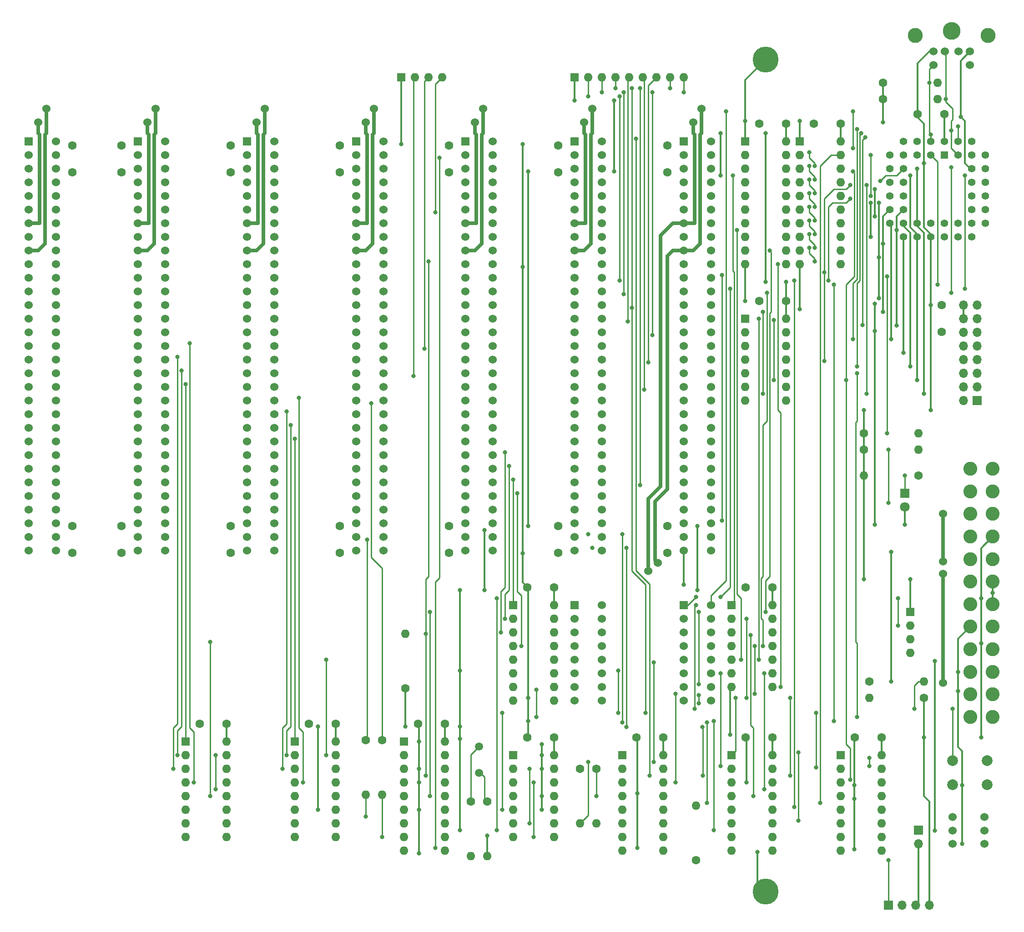
<source format=gbr>
G04 #@! TF.GenerationSoftware,KiCad,Pcbnew,(5.1.8)-1*
G04 #@! TF.CreationDate,2022-05-28T15:43:51-06:00*
G04 #@! TF.ProjectId,Multi,4d756c74-692e-46b6-9963-61645f706362,rev?*
G04 #@! TF.SameCoordinates,Original*
G04 #@! TF.FileFunction,Copper,L2,Bot*
G04 #@! TF.FilePolarity,Positive*
%FSLAX46Y46*%
G04 Gerber Fmt 4.6, Leading zero omitted, Abs format (unit mm)*
G04 Created by KiCad (PCBNEW (5.1.8)-1) date 2022-05-28 15:43:51*
%MOMM*%
%LPD*%
G01*
G04 APERTURE LIST*
G04 #@! TA.AperFunction,ComponentPad*
%ADD10O,1.600000X1.600000*%
G04 #@! TD*
G04 #@! TA.AperFunction,ComponentPad*
%ADD11R,1.600000X1.600000*%
G04 #@! TD*
G04 #@! TA.AperFunction,ComponentPad*
%ADD12C,1.600000*%
G04 #@! TD*
G04 #@! TA.AperFunction,ComponentPad*
%ADD13C,1.524000*%
G04 #@! TD*
G04 #@! TA.AperFunction,ComponentPad*
%ADD14R,1.524000X1.524000*%
G04 #@! TD*
G04 #@! TA.AperFunction,ComponentPad*
%ADD15C,4.826000*%
G04 #@! TD*
G04 #@! TA.AperFunction,ComponentPad*
%ADD16O,1.700000X1.700000*%
G04 #@! TD*
G04 #@! TA.AperFunction,ComponentPad*
%ADD17R,1.700000X1.700000*%
G04 #@! TD*
G04 #@! TA.AperFunction,ComponentPad*
%ADD18C,2.000000*%
G04 #@! TD*
G04 #@! TA.AperFunction,ComponentPad*
%ADD19C,1.800000*%
G04 #@! TD*
G04 #@! TA.AperFunction,ComponentPad*
%ADD20R,1.800000X1.800000*%
G04 #@! TD*
G04 #@! TA.AperFunction,ComponentPad*
%ADD21C,2.590800*%
G04 #@! TD*
G04 #@! TA.AperFunction,ComponentPad*
%ADD22C,2.794000*%
G04 #@! TD*
G04 #@! TA.AperFunction,ComponentPad*
%ADD23C,3.302000*%
G04 #@! TD*
G04 #@! TA.AperFunction,ComponentPad*
%ADD24C,1.500000*%
G04 #@! TD*
G04 #@! TA.AperFunction,ComponentPad*
%ADD25R,1.422400X1.422400*%
G04 #@! TD*
G04 #@! TA.AperFunction,ComponentPad*
%ADD26C,1.422400*%
G04 #@! TD*
G04 #@! TA.AperFunction,ViaPad*
%ADD27C,0.800000*%
G04 #@! TD*
G04 #@! TA.AperFunction,Conductor*
%ADD28C,0.330200*%
G04 #@! TD*
G04 #@! TA.AperFunction,Conductor*
%ADD29C,0.250000*%
G04 #@! TD*
G04 #@! TA.AperFunction,Conductor*
%ADD30C,0.635000*%
G04 #@! TD*
G04 #@! TA.AperFunction,Conductor*
%ADD31C,0.304800*%
G04 #@! TD*
G04 APERTURE END LIST*
D10*
G04 #@! TO.P,U2,20*
G04 #@! TO.N,/5+*
X111506000Y-43942000D03*
G04 #@! TO.P,U2,10*
G04 #@! TO.N,/GND*
X103886000Y-66802000D03*
G04 #@! TO.P,U2,19*
G04 #@! TO.N,/PORT_61_RD*
X111506000Y-46482000D03*
G04 #@! TO.P,U2,9*
G04 #@! TO.N,/D0*
X103886000Y-64262000D03*
G04 #@! TO.P,U2,18*
G04 #@! TO.N,/PORT_61_7*
X111506000Y-49022000D03*
G04 #@! TO.P,U2,8*
G04 #@! TO.N,/D1*
X103886000Y-61722000D03*
G04 #@! TO.P,U2,17*
G04 #@! TO.N,/PORT_61_6*
X111506000Y-51562000D03*
G04 #@! TO.P,U2,7*
G04 #@! TO.N,/D2*
X103886000Y-59182000D03*
G04 #@! TO.P,U2,16*
G04 #@! TO.N,/NMI_EN*
X111506000Y-54102000D03*
G04 #@! TO.P,U2,6*
G04 #@! TO.N,/D3*
X103886000Y-56642000D03*
G04 #@! TO.P,U2,15*
G04 #@! TO.N,/PORT_61_4*
X111506000Y-56642000D03*
G04 #@! TO.P,U2,5*
G04 #@! TO.N,/D4*
X103886000Y-54102000D03*
G04 #@! TO.P,U2,14*
G04 #@! TO.N,/PORT_61_3*
X111506000Y-59182000D03*
G04 #@! TO.P,U2,4*
G04 #@! TO.N,/D5*
X103886000Y-51562000D03*
G04 #@! TO.P,U2,13*
G04 #@! TO.N,/PORT_61_2*
X111506000Y-61722000D03*
G04 #@! TO.P,U2,3*
G04 #@! TO.N,/D6*
X103886000Y-49022000D03*
G04 #@! TO.P,U2,12*
G04 #@! TO.N,/SPK_EN*
X111506000Y-64262000D03*
G04 #@! TO.P,U2,2*
G04 #@! TO.N,/D7*
X103886000Y-46482000D03*
G04 #@! TO.P,U2,11*
G04 #@! TO.N,/SPK_GO*
X111506000Y-66802000D03*
D11*
G04 #@! TO.P,U2,1*
G04 #@! TO.N,/GND*
X103886000Y-43942000D03*
G04 #@! TD*
D10*
G04 #@! TO.P,U13,16*
G04 #@! TO.N,/5+*
X119126000Y-158242000D03*
G04 #@! TO.P,U13,8*
G04 #@! TO.N,/GND*
X111506000Y-176022000D03*
G04 #@! TO.P,U13,15*
G04 #@! TO.N,/IO_0061*
X119126000Y-160782000D03*
G04 #@! TO.P,U13,7*
G04 #@! TO.N,Net-(U13-Pad7)*
X111506000Y-173482000D03*
G04 #@! TO.P,U13,14*
G04 #@! TO.N,/IORD*
X119126000Y-163322000D03*
G04 #@! TO.P,U13,6*
G04 #@! TO.N,Net-(U13-Pad6)*
X111506000Y-170942000D03*
G04 #@! TO.P,U13,13*
G04 #@! TO.N,/GND*
X119126000Y-165862000D03*
G04 #@! TO.P,U13,5*
G04 #@! TO.N,Net-(U13-Pad5)*
X111506000Y-168402000D03*
G04 #@! TO.P,U13,12*
G04 #@! TO.N,/PORT_61_RD*
X119126000Y-168402000D03*
G04 #@! TO.P,U13,4*
G04 #@! TO.N,/PORT_0X61_EN*
X111506000Y-165862000D03*
G04 #@! TO.P,U13,11*
G04 #@! TO.N,Net-(U13-Pad11)*
X119126000Y-170942000D03*
G04 #@! TO.P,U13,3*
G04 #@! TO.N,/GND*
X111506000Y-163322000D03*
G04 #@! TO.P,U13,10*
G04 #@! TO.N,Net-(U13-Pad10)*
X119126000Y-173482000D03*
G04 #@! TO.P,U13,2*
G04 #@! TO.N,/IOWR*
X111506000Y-160782000D03*
G04 #@! TO.P,U13,9*
G04 #@! TO.N,Net-(U13-Pad9)*
X119126000Y-176022000D03*
D11*
G04 #@! TO.P,U13,1*
G04 #@! TO.N,/IO_0061*
X111506000Y-158242000D03*
G04 #@! TD*
D12*
G04 #@! TO.P,C19,2*
G04 #@! TO.N,/5+*
X111506000Y-40640000D03*
G04 #@! TO.P,C19,1*
G04 #@! TO.N,/GND*
X106506000Y-40640000D03*
G04 #@! TD*
G04 #@! TO.P,C18,2*
G04 #@! TO.N,/5+*
X119126000Y-154940000D03*
G04 #@! TO.P,C18,1*
G04 #@! TO.N,/GND*
X114126000Y-154940000D03*
G04 #@! TD*
D10*
G04 #@! TO.P,RN3,4*
G04 #@! TO.N,/DRQ0*
X124460000Y-139192000D03*
G04 #@! TO.P,RN3,3*
G04 #@! TO.N,/HOLD*
X124460000Y-136652000D03*
G04 #@! TO.P,RN3,2*
G04 #@! TO.N,/NMI_EN*
X124460000Y-134112000D03*
D11*
G04 #@! TO.P,RN3,1*
G04 #@! TO.N,/GND*
X124460000Y-131572000D03*
G04 #@! TD*
D13*
G04 #@! TO.P,R,1*
G04 #@! TO.N,/12+*
X-36322000Y-37846000D03*
G04 #@! TD*
G04 #@! TO.P,R,1*
G04 #@! TO.N,/12-*
X-37846000Y-40386000D03*
G04 #@! TD*
G04 #@! TO.P,R,1*
G04 #@! TO.N,/12+*
X-16002000Y-37846000D03*
G04 #@! TD*
G04 #@! TO.P,R,1*
G04 #@! TO.N,/12-*
X-17526000Y-40386000D03*
G04 #@! TD*
G04 #@! TO.P,R,1*
G04 #@! TO.N,/12+*
X4318000Y-37846000D03*
G04 #@! TD*
G04 #@! TO.P,R,1*
G04 #@! TO.N,/12-*
X2794000Y-40386000D03*
G04 #@! TD*
D12*
G04 #@! TO.P,C17,2*
G04 #@! TO.N,/5+*
X-2032000Y-49704000D03*
G04 #@! TO.P,C17,1*
G04 #@! TO.N,/GND*
X-2032000Y-44704000D03*
G04 #@! TD*
G04 #@! TO.P,C16,2*
G04 #@! TO.N,/5+*
X-2032000Y-115570000D03*
G04 #@! TO.P,C16,1*
G04 #@! TO.N,/GND*
X-2032000Y-120570000D03*
G04 #@! TD*
G04 #@! TO.P,C15,2*
G04 #@! TO.N,/5+*
X-22352000Y-49704000D03*
G04 #@! TO.P,C15,1*
G04 #@! TO.N,/GND*
X-22352000Y-44704000D03*
G04 #@! TD*
G04 #@! TO.P,C14,2*
G04 #@! TO.N,/5+*
X18288000Y-115570000D03*
G04 #@! TO.P,C14,1*
G04 #@! TO.N,/GND*
X18288000Y-120570000D03*
G04 #@! TD*
G04 #@! TO.P,C13,2*
G04 #@! TO.N,/5+*
X18288000Y-49704000D03*
G04 #@! TO.P,C13,1*
G04 #@! TO.N,/GND*
X18288000Y-44704000D03*
G04 #@! TD*
G04 #@! TO.P,C11,2*
G04 #@! TO.N,/5+*
X-22352000Y-115570000D03*
G04 #@! TO.P,C11,1*
G04 #@! TO.N,/GND*
X-22352000Y-120570000D03*
G04 #@! TD*
G04 #@! TO.P,C27,2*
G04 #@! TO.N,/5+*
X-31496000Y-115570000D03*
G04 #@! TO.P,C27,1*
G04 #@! TO.N,/GND*
X-31496000Y-120570000D03*
G04 #@! TD*
D13*
G04 #@! TO.P,J14,62*
G04 #@! TO.N,/A0*
X6096000Y-120142000D03*
G04 #@! TO.P,J14,61*
G04 #@! TO.N,/A1*
X6096000Y-117602000D03*
G04 #@! TO.P,J14,60*
G04 #@! TO.N,/A2*
X6096000Y-115062000D03*
G04 #@! TO.P,J14,59*
G04 #@! TO.N,/A3*
X6096000Y-112522000D03*
G04 #@! TO.P,J14,58*
G04 #@! TO.N,/A4*
X6096000Y-109982000D03*
G04 #@! TO.P,J14,57*
G04 #@! TO.N,/A5*
X6096000Y-107442000D03*
G04 #@! TO.P,J14,56*
G04 #@! TO.N,/A6*
X6096000Y-104902000D03*
G04 #@! TO.P,J14,55*
G04 #@! TO.N,/A7*
X6096000Y-102362000D03*
G04 #@! TO.P,J14,54*
G04 #@! TO.N,/A8*
X6096000Y-99822000D03*
G04 #@! TO.P,J14,53*
G04 #@! TO.N,/A9*
X6096000Y-97282000D03*
G04 #@! TO.P,J14,52*
G04 #@! TO.N,/A10*
X6096000Y-94742000D03*
G04 #@! TO.P,J14,51*
G04 #@! TO.N,/A11*
X6096000Y-92202000D03*
G04 #@! TO.P,J14,50*
G04 #@! TO.N,/A12*
X6096000Y-89662000D03*
G04 #@! TO.P,J14,49*
G04 #@! TO.N,/A13*
X6096000Y-87122000D03*
G04 #@! TO.P,J14,48*
G04 #@! TO.N,/A14*
X6096000Y-84582000D03*
G04 #@! TO.P,J14,47*
G04 #@! TO.N,/A15*
X6096000Y-82042000D03*
G04 #@! TO.P,J14,46*
G04 #@! TO.N,/A16*
X6096000Y-79502000D03*
G04 #@! TO.P,J14,45*
G04 #@! TO.N,/A17*
X6096000Y-76962000D03*
G04 #@! TO.P,J14,44*
G04 #@! TO.N,/A18*
X6096000Y-74422000D03*
G04 #@! TO.P,J14,43*
G04 #@! TO.N,/A19*
X6096000Y-71882000D03*
G04 #@! TO.P,J14,42*
G04 #@! TO.N,/AEN*
X6096000Y-69342000D03*
G04 #@! TO.P,J14,41*
G04 #@! TO.N,/RDY1*
X6096000Y-66802000D03*
G04 #@! TO.P,J14,40*
G04 #@! TO.N,/D0*
X6096000Y-64262000D03*
G04 #@! TO.P,J14,39*
G04 #@! TO.N,/D1*
X6096000Y-61722000D03*
G04 #@! TO.P,J14,38*
G04 #@! TO.N,/D2*
X6096000Y-59182000D03*
G04 #@! TO.P,J14,37*
G04 #@! TO.N,/D3*
X6096000Y-56642000D03*
G04 #@! TO.P,J14,36*
G04 #@! TO.N,/D4*
X6096000Y-54102000D03*
G04 #@! TO.P,J14,35*
G04 #@! TO.N,/D5*
X6096000Y-51562000D03*
G04 #@! TO.P,J14,34*
G04 #@! TO.N,/D6*
X6096000Y-49022000D03*
G04 #@! TO.P,J14,33*
G04 #@! TO.N,/D7*
X6096000Y-46482000D03*
G04 #@! TO.P,J14,32*
G04 #@! TO.N,/CH_CK*
X6096000Y-43942000D03*
G04 #@! TO.P,J14,31*
G04 #@! TO.N,/GND*
X1016000Y-120142000D03*
G04 #@! TO.P,J14,30*
G04 #@! TO.N,/OSC88*
X1016000Y-117602000D03*
G04 #@! TO.P,J14,29*
G04 #@! TO.N,/5+*
X1016000Y-115062000D03*
G04 #@! TO.P,J14,28*
G04 #@! TO.N,/ALE*
X1016000Y-112522000D03*
G04 #@! TO.P,J14,27*
G04 #@! TO.N,/TC*
X1016000Y-109982000D03*
G04 #@! TO.P,J14,26*
G04 #@! TO.N,/DACK2*
X1016000Y-107442000D03*
G04 #@! TO.P,J14,25*
G04 #@! TO.N,/IRQ3*
X1016000Y-104902000D03*
G04 #@! TO.P,J14,24*
G04 #@! TO.N,/IRQ4*
X1016000Y-102362000D03*
G04 #@! TO.P,J14,23*
G04 #@! TO.N,/IRQ5*
X1016000Y-99822000D03*
G04 #@! TO.P,J14,22*
G04 #@! TO.N,/IRQ6*
X1016000Y-97282000D03*
G04 #@! TO.P,J14,21*
G04 #@! TO.N,/IRQ7*
X1016000Y-94742000D03*
G04 #@! TO.P,J14,20*
G04 #@! TO.N,/CLK88*
X1016000Y-92202000D03*
G04 #@! TO.P,J14,19*
G04 #@! TO.N,/REFRQ*
X1016000Y-89662000D03*
G04 #@! TO.P,J14,18*
G04 #@! TO.N,/DRQ1*
X1016000Y-87122000D03*
G04 #@! TO.P,J14,17*
G04 #@! TO.N,/DACK1*
X1016000Y-84582000D03*
G04 #@! TO.P,J14,16*
G04 #@! TO.N,/DRQ3*
X1016000Y-82042000D03*
G04 #@! TO.P,J14,15*
G04 #@! TO.N,/DACK3*
X1016000Y-79502000D03*
G04 #@! TO.P,J14,14*
G04 #@! TO.N,/IORD*
X1016000Y-76962000D03*
G04 #@! TO.P,J14,13*
G04 #@! TO.N,/IOWR*
X1016000Y-74422000D03*
G04 #@! TO.P,J14,12*
G04 #@! TO.N,/MRD*
X1016000Y-71882000D03*
G04 #@! TO.P,J14,11*
G04 #@! TO.N,/MWR*
X1016000Y-69342000D03*
G04 #@! TO.P,J14,10*
G04 #@! TO.N,/GND*
X1016000Y-66802000D03*
G04 #@! TO.P,J14,9*
G04 #@! TO.N,/12+*
X1016000Y-64262000D03*
G04 #@! TO.P,J14,8*
G04 #@! TO.N,/NC*
X1016000Y-61722000D03*
G04 #@! TO.P,J14,7*
G04 #@! TO.N,/12-*
X1016000Y-59182000D03*
G04 #@! TO.P,J14,6*
G04 #@! TO.N,/DRQ2*
X1016000Y-56642000D03*
G04 #@! TO.P,J14,5*
G04 #@! TO.N,/5-*
X1016000Y-54102000D03*
G04 #@! TO.P,J14,4*
G04 #@! TO.N,/IRQ2*
X1016000Y-51562000D03*
G04 #@! TO.P,J14,3*
G04 #@! TO.N,/5+*
X1016000Y-49022000D03*
G04 #@! TO.P,J14,2*
G04 #@! TO.N,/RESOUT*
X1016000Y-46482000D03*
D14*
G04 #@! TO.P,J14,1*
G04 #@! TO.N,/GND*
X1016000Y-43942000D03*
G04 #@! TD*
D13*
G04 #@! TO.P,J13,62*
G04 #@! TO.N,/A0*
X-14224000Y-120142000D03*
G04 #@! TO.P,J13,61*
G04 #@! TO.N,/A1*
X-14224000Y-117602000D03*
G04 #@! TO.P,J13,60*
G04 #@! TO.N,/A2*
X-14224000Y-115062000D03*
G04 #@! TO.P,J13,59*
G04 #@! TO.N,/A3*
X-14224000Y-112522000D03*
G04 #@! TO.P,J13,58*
G04 #@! TO.N,/A4*
X-14224000Y-109982000D03*
G04 #@! TO.P,J13,57*
G04 #@! TO.N,/A5*
X-14224000Y-107442000D03*
G04 #@! TO.P,J13,56*
G04 #@! TO.N,/A6*
X-14224000Y-104902000D03*
G04 #@! TO.P,J13,55*
G04 #@! TO.N,/A7*
X-14224000Y-102362000D03*
G04 #@! TO.P,J13,54*
G04 #@! TO.N,/A8*
X-14224000Y-99822000D03*
G04 #@! TO.P,J13,53*
G04 #@! TO.N,/A9*
X-14224000Y-97282000D03*
G04 #@! TO.P,J13,52*
G04 #@! TO.N,/A10*
X-14224000Y-94742000D03*
G04 #@! TO.P,J13,51*
G04 #@! TO.N,/A11*
X-14224000Y-92202000D03*
G04 #@! TO.P,J13,50*
G04 #@! TO.N,/A12*
X-14224000Y-89662000D03*
G04 #@! TO.P,J13,49*
G04 #@! TO.N,/A13*
X-14224000Y-87122000D03*
G04 #@! TO.P,J13,48*
G04 #@! TO.N,/A14*
X-14224000Y-84582000D03*
G04 #@! TO.P,J13,47*
G04 #@! TO.N,/A15*
X-14224000Y-82042000D03*
G04 #@! TO.P,J13,46*
G04 #@! TO.N,/A16*
X-14224000Y-79502000D03*
G04 #@! TO.P,J13,45*
G04 #@! TO.N,/A17*
X-14224000Y-76962000D03*
G04 #@! TO.P,J13,44*
G04 #@! TO.N,/A18*
X-14224000Y-74422000D03*
G04 #@! TO.P,J13,43*
G04 #@! TO.N,/A19*
X-14224000Y-71882000D03*
G04 #@! TO.P,J13,42*
G04 #@! TO.N,/AEN*
X-14224000Y-69342000D03*
G04 #@! TO.P,J13,41*
G04 #@! TO.N,/RDY1*
X-14224000Y-66802000D03*
G04 #@! TO.P,J13,40*
G04 #@! TO.N,/D0*
X-14224000Y-64262000D03*
G04 #@! TO.P,J13,39*
G04 #@! TO.N,/D1*
X-14224000Y-61722000D03*
G04 #@! TO.P,J13,38*
G04 #@! TO.N,/D2*
X-14224000Y-59182000D03*
G04 #@! TO.P,J13,37*
G04 #@! TO.N,/D3*
X-14224000Y-56642000D03*
G04 #@! TO.P,J13,36*
G04 #@! TO.N,/D4*
X-14224000Y-54102000D03*
G04 #@! TO.P,J13,35*
G04 #@! TO.N,/D5*
X-14224000Y-51562000D03*
G04 #@! TO.P,J13,34*
G04 #@! TO.N,/D6*
X-14224000Y-49022000D03*
G04 #@! TO.P,J13,33*
G04 #@! TO.N,/D7*
X-14224000Y-46482000D03*
G04 #@! TO.P,J13,32*
G04 #@! TO.N,/CH_CK*
X-14224000Y-43942000D03*
G04 #@! TO.P,J13,31*
G04 #@! TO.N,/GND*
X-19304000Y-120142000D03*
G04 #@! TO.P,J13,30*
G04 #@! TO.N,/OSC88*
X-19304000Y-117602000D03*
G04 #@! TO.P,J13,29*
G04 #@! TO.N,/5+*
X-19304000Y-115062000D03*
G04 #@! TO.P,J13,28*
G04 #@! TO.N,/ALE*
X-19304000Y-112522000D03*
G04 #@! TO.P,J13,27*
G04 #@! TO.N,/TC*
X-19304000Y-109982000D03*
G04 #@! TO.P,J13,26*
G04 #@! TO.N,/DACK2*
X-19304000Y-107442000D03*
G04 #@! TO.P,J13,25*
G04 #@! TO.N,/IRQ3*
X-19304000Y-104902000D03*
G04 #@! TO.P,J13,24*
G04 #@! TO.N,/IRQ4*
X-19304000Y-102362000D03*
G04 #@! TO.P,J13,23*
G04 #@! TO.N,/IRQ5*
X-19304000Y-99822000D03*
G04 #@! TO.P,J13,22*
G04 #@! TO.N,/IRQ6*
X-19304000Y-97282000D03*
G04 #@! TO.P,J13,21*
G04 #@! TO.N,/IRQ7*
X-19304000Y-94742000D03*
G04 #@! TO.P,J13,20*
G04 #@! TO.N,/CLK88*
X-19304000Y-92202000D03*
G04 #@! TO.P,J13,19*
G04 #@! TO.N,/REFRQ*
X-19304000Y-89662000D03*
G04 #@! TO.P,J13,18*
G04 #@! TO.N,/DRQ1*
X-19304000Y-87122000D03*
G04 #@! TO.P,J13,17*
G04 #@! TO.N,/DACK1*
X-19304000Y-84582000D03*
G04 #@! TO.P,J13,16*
G04 #@! TO.N,/DRQ3*
X-19304000Y-82042000D03*
G04 #@! TO.P,J13,15*
G04 #@! TO.N,/DACK3*
X-19304000Y-79502000D03*
G04 #@! TO.P,J13,14*
G04 #@! TO.N,/IORD*
X-19304000Y-76962000D03*
G04 #@! TO.P,J13,13*
G04 #@! TO.N,/IOWR*
X-19304000Y-74422000D03*
G04 #@! TO.P,J13,12*
G04 #@! TO.N,/MRD*
X-19304000Y-71882000D03*
G04 #@! TO.P,J13,11*
G04 #@! TO.N,/MWR*
X-19304000Y-69342000D03*
G04 #@! TO.P,J13,10*
G04 #@! TO.N,/GND*
X-19304000Y-66802000D03*
G04 #@! TO.P,J13,9*
G04 #@! TO.N,/12+*
X-19304000Y-64262000D03*
G04 #@! TO.P,J13,8*
G04 #@! TO.N,/NC*
X-19304000Y-61722000D03*
G04 #@! TO.P,J13,7*
G04 #@! TO.N,/12-*
X-19304000Y-59182000D03*
G04 #@! TO.P,J13,6*
G04 #@! TO.N,/DRQ2*
X-19304000Y-56642000D03*
G04 #@! TO.P,J13,5*
G04 #@! TO.N,/5-*
X-19304000Y-54102000D03*
G04 #@! TO.P,J13,4*
G04 #@! TO.N,/IRQ2*
X-19304000Y-51562000D03*
G04 #@! TO.P,J13,3*
G04 #@! TO.N,/5+*
X-19304000Y-49022000D03*
G04 #@! TO.P,J13,2*
G04 #@! TO.N,/RESOUT*
X-19304000Y-46482000D03*
D14*
G04 #@! TO.P,J13,1*
G04 #@! TO.N,/GND*
X-19304000Y-43942000D03*
G04 #@! TD*
D13*
G04 #@! TO.P,J12,62*
G04 #@! TO.N,/A0*
X-34544000Y-120142000D03*
G04 #@! TO.P,J12,61*
G04 #@! TO.N,/A1*
X-34544000Y-117602000D03*
G04 #@! TO.P,J12,60*
G04 #@! TO.N,/A2*
X-34544000Y-115062000D03*
G04 #@! TO.P,J12,59*
G04 #@! TO.N,/A3*
X-34544000Y-112522000D03*
G04 #@! TO.P,J12,58*
G04 #@! TO.N,/A4*
X-34544000Y-109982000D03*
G04 #@! TO.P,J12,57*
G04 #@! TO.N,/A5*
X-34544000Y-107442000D03*
G04 #@! TO.P,J12,56*
G04 #@! TO.N,/A6*
X-34544000Y-104902000D03*
G04 #@! TO.P,J12,55*
G04 #@! TO.N,/A7*
X-34544000Y-102362000D03*
G04 #@! TO.P,J12,54*
G04 #@! TO.N,/A8*
X-34544000Y-99822000D03*
G04 #@! TO.P,J12,53*
G04 #@! TO.N,/A9*
X-34544000Y-97282000D03*
G04 #@! TO.P,J12,52*
G04 #@! TO.N,/A10*
X-34544000Y-94742000D03*
G04 #@! TO.P,J12,51*
G04 #@! TO.N,/A11*
X-34544000Y-92202000D03*
G04 #@! TO.P,J12,50*
G04 #@! TO.N,/A12*
X-34544000Y-89662000D03*
G04 #@! TO.P,J12,49*
G04 #@! TO.N,/A13*
X-34544000Y-87122000D03*
G04 #@! TO.P,J12,48*
G04 #@! TO.N,/A14*
X-34544000Y-84582000D03*
G04 #@! TO.P,J12,47*
G04 #@! TO.N,/A15*
X-34544000Y-82042000D03*
G04 #@! TO.P,J12,46*
G04 #@! TO.N,/A16*
X-34544000Y-79502000D03*
G04 #@! TO.P,J12,45*
G04 #@! TO.N,/A17*
X-34544000Y-76962000D03*
G04 #@! TO.P,J12,44*
G04 #@! TO.N,/A18*
X-34544000Y-74422000D03*
G04 #@! TO.P,J12,43*
G04 #@! TO.N,/A19*
X-34544000Y-71882000D03*
G04 #@! TO.P,J12,42*
G04 #@! TO.N,/AEN*
X-34544000Y-69342000D03*
G04 #@! TO.P,J12,41*
G04 #@! TO.N,/RDY1*
X-34544000Y-66802000D03*
G04 #@! TO.P,J12,40*
G04 #@! TO.N,/D0*
X-34544000Y-64262000D03*
G04 #@! TO.P,J12,39*
G04 #@! TO.N,/D1*
X-34544000Y-61722000D03*
G04 #@! TO.P,J12,38*
G04 #@! TO.N,/D2*
X-34544000Y-59182000D03*
G04 #@! TO.P,J12,37*
G04 #@! TO.N,/D3*
X-34544000Y-56642000D03*
G04 #@! TO.P,J12,36*
G04 #@! TO.N,/D4*
X-34544000Y-54102000D03*
G04 #@! TO.P,J12,35*
G04 #@! TO.N,/D5*
X-34544000Y-51562000D03*
G04 #@! TO.P,J12,34*
G04 #@! TO.N,/D6*
X-34544000Y-49022000D03*
G04 #@! TO.P,J12,33*
G04 #@! TO.N,/D7*
X-34544000Y-46482000D03*
G04 #@! TO.P,J12,32*
G04 #@! TO.N,/CH_CK*
X-34544000Y-43942000D03*
G04 #@! TO.P,J12,31*
G04 #@! TO.N,/GND*
X-39624000Y-120142000D03*
G04 #@! TO.P,J12,30*
G04 #@! TO.N,/OSC88*
X-39624000Y-117602000D03*
G04 #@! TO.P,J12,29*
G04 #@! TO.N,/5+*
X-39624000Y-115062000D03*
G04 #@! TO.P,J12,28*
G04 #@! TO.N,/ALE*
X-39624000Y-112522000D03*
G04 #@! TO.P,J12,27*
G04 #@! TO.N,/TC*
X-39624000Y-109982000D03*
G04 #@! TO.P,J12,26*
G04 #@! TO.N,/DACK2*
X-39624000Y-107442000D03*
G04 #@! TO.P,J12,25*
G04 #@! TO.N,/IRQ3*
X-39624000Y-104902000D03*
G04 #@! TO.P,J12,24*
G04 #@! TO.N,/IRQ4*
X-39624000Y-102362000D03*
G04 #@! TO.P,J12,23*
G04 #@! TO.N,/IRQ5*
X-39624000Y-99822000D03*
G04 #@! TO.P,J12,22*
G04 #@! TO.N,/IRQ6*
X-39624000Y-97282000D03*
G04 #@! TO.P,J12,21*
G04 #@! TO.N,/IRQ7*
X-39624000Y-94742000D03*
G04 #@! TO.P,J12,20*
G04 #@! TO.N,/CLK88*
X-39624000Y-92202000D03*
G04 #@! TO.P,J12,19*
G04 #@! TO.N,/REFRQ*
X-39624000Y-89662000D03*
G04 #@! TO.P,J12,18*
G04 #@! TO.N,/DRQ1*
X-39624000Y-87122000D03*
G04 #@! TO.P,J12,17*
G04 #@! TO.N,/DACK1*
X-39624000Y-84582000D03*
G04 #@! TO.P,J12,16*
G04 #@! TO.N,/DRQ3*
X-39624000Y-82042000D03*
G04 #@! TO.P,J12,15*
G04 #@! TO.N,/DACK3*
X-39624000Y-79502000D03*
G04 #@! TO.P,J12,14*
G04 #@! TO.N,/IORD*
X-39624000Y-76962000D03*
G04 #@! TO.P,J12,13*
G04 #@! TO.N,/IOWR*
X-39624000Y-74422000D03*
G04 #@! TO.P,J12,12*
G04 #@! TO.N,/MRD*
X-39624000Y-71882000D03*
G04 #@! TO.P,J12,11*
G04 #@! TO.N,/MWR*
X-39624000Y-69342000D03*
G04 #@! TO.P,J12,10*
G04 #@! TO.N,/GND*
X-39624000Y-66802000D03*
G04 #@! TO.P,J12,9*
G04 #@! TO.N,/12+*
X-39624000Y-64262000D03*
G04 #@! TO.P,J12,8*
G04 #@! TO.N,/NC*
X-39624000Y-61722000D03*
G04 #@! TO.P,J12,7*
G04 #@! TO.N,/12-*
X-39624000Y-59182000D03*
G04 #@! TO.P,J12,6*
G04 #@! TO.N,/DRQ2*
X-39624000Y-56642000D03*
G04 #@! TO.P,J12,5*
G04 #@! TO.N,/5-*
X-39624000Y-54102000D03*
G04 #@! TO.P,J12,4*
G04 #@! TO.N,/IRQ2*
X-39624000Y-51562000D03*
G04 #@! TO.P,J12,3*
G04 #@! TO.N,/5+*
X-39624000Y-49022000D03*
G04 #@! TO.P,J12,2*
G04 #@! TO.N,/RESOUT*
X-39624000Y-46482000D03*
D14*
G04 #@! TO.P,J12,1*
G04 #@! TO.N,/GND*
X-39624000Y-43942000D03*
G04 #@! TD*
D13*
G04 #@! TO.P,J11,16*
G04 #@! TO.N,/RESET*
X67056000Y-130302000D03*
G04 #@! TO.P,J11,15*
G04 #@! TO.N,/READY*
X67056000Y-132842000D03*
D14*
G04 #@! TO.P,J11,1*
G04 #@! TO.N,/IRQ1*
X61976000Y-130302000D03*
D13*
G04 #@! TO.P,J11,2*
G04 #@! TO.N,/IO_000X*
X61976000Y-132842000D03*
G04 #@! TO.P,J11,3*
G04 #@! TO.N,/IO_002X*
X61976000Y-135382000D03*
G04 #@! TO.P,J11,4*
G04 #@! TO.N,/IO_004X*
X61976000Y-137922000D03*
G04 #@! TO.P,J11,5*
G04 #@! TO.N,/IO_006X*
X61976000Y-140462000D03*
G04 #@! TO.P,J11,6*
G04 #@! TO.N,/IO_008X*
X61976000Y-143002000D03*
G04 #@! TO.P,J11,7*
G04 #@! TO.N,/NC_1*
X61976000Y-145542000D03*
G04 #@! TO.P,J11,8*
G04 #@! TO.N,/NMI*
X61976000Y-148082000D03*
G04 #@! TO.P,J11,9*
G04 #@! TO.N,/SPK_OUT*
X67056000Y-148082000D03*
G04 #@! TO.P,J11,10*
G04 #@! TO.N,/SPK_GO*
X67056000Y-145542000D03*
G04 #@! TO.P,J11,11*
G04 #@! TO.N,/HF_PCLK*
X67056000Y-143002000D03*
G04 #@! TO.P,J11,12*
G04 #@! TO.N,/DRQ0*
X67056000Y-140462000D03*
G04 #@! TO.P,J11,13*
G04 #@! TO.N,/HOLDA*
X67056000Y-137922000D03*
G04 #@! TO.P,J11,14*
G04 #@! TO.N,/HOLD*
X67056000Y-135382000D03*
G04 #@! TD*
D15*
G04 #@! TO.P,REF\u002A\u002A,*
G04 #@! TO.N,/GND*
X97536000Y-183642000D03*
G04 #@! TD*
D10*
G04 #@! TO.P,RN1,4*
G04 #@! TO.N,/DRQ2*
X37338000Y-32004000D03*
G04 #@! TO.P,RN1,3*
G04 #@! TO.N,/DRQ3*
X34798000Y-32004000D03*
G04 #@! TO.P,RN1,2*
G04 #@! TO.N,/DRQ1*
X32258000Y-32004000D03*
D11*
G04 #@! TO.P,RN1,1*
G04 #@! TO.N,/GND*
X29718000Y-32004000D03*
G04 #@! TD*
D10*
G04 #@! TO.P,R13,2*
G04 #@! TO.N,/TC*
X125984000Y-101346000D03*
D12*
G04 #@! TO.P,R13,1*
G04 #@! TO.N,/GND*
X115824000Y-101346000D03*
G04 #@! TD*
D10*
G04 #@! TO.P,R12,2*
G04 #@! TO.N,/AEN*
X125984000Y-98298000D03*
D12*
G04 #@! TO.P,R12,1*
G04 #@! TO.N,/GND*
X115824000Y-98298000D03*
G04 #@! TD*
D10*
G04 #@! TO.P,RN2,9*
G04 #@! TO.N,/DACK3*
X82296000Y-32004000D03*
G04 #@! TO.P,RN2,8*
G04 #@! TO.N,/DACK2*
X79756000Y-32004000D03*
G04 #@! TO.P,RN2,7*
G04 #@! TO.N,/DACK1*
X77216000Y-32004000D03*
G04 #@! TO.P,RN2,6*
G04 #@! TO.N,/REFRQ*
X74676000Y-32004000D03*
G04 #@! TO.P,RN2,5*
G04 #@! TO.N,/IORD*
X72136000Y-32004000D03*
G04 #@! TO.P,RN2,4*
G04 #@! TO.N,/IOWR*
X69596000Y-32004000D03*
G04 #@! TO.P,RN2,3*
G04 #@! TO.N,/MRD*
X67056000Y-32004000D03*
G04 #@! TO.P,RN2,2*
G04 #@! TO.N,/MWR*
X64516000Y-32004000D03*
D11*
G04 #@! TO.P,RN2,1*
G04 #@! TO.N,/5+*
X61976000Y-32004000D03*
G04 #@! TD*
D13*
G04 #@! TO.P,R,1*
G04 #@! TO.N,/12+*
X130556000Y-113284000D03*
G04 #@! TD*
G04 #@! TO.P,R,1*
G04 #@! TO.N,/12+*
X130556000Y-122174000D03*
G04 #@! TD*
G04 #@! TO.P,R,1*
G04 #@! TO.N,/12-*
X130556000Y-144780000D03*
G04 #@! TD*
G04 #@! TO.P,R,1*
G04 #@! TO.N,/12-*
X130556000Y-124460000D03*
G04 #@! TD*
D10*
G04 #@! TO.P,R9,2*
G04 #@! TO.N,/T1*
X129540000Y-36040000D03*
D12*
G04 #@! TO.P,R9,1*
G04 #@! TO.N,/5+*
X119380000Y-36040000D03*
G04 #@! TD*
D10*
G04 #@! TO.P,R8,2*
G04 #@! TO.N,/T0*
X129540000Y-33020000D03*
D12*
G04 #@! TO.P,R8,1*
G04 #@! TO.N,/5+*
X119380000Y-33020000D03*
G04 #@! TD*
D10*
G04 #@! TO.P,R7,2*
G04 #@! TO.N,/CH_CK*
X116840000Y-147574000D03*
D12*
G04 #@! TO.P,R7,1*
G04 #@! TO.N,/5+*
X127000000Y-147574000D03*
G04 #@! TD*
D10*
G04 #@! TO.P,R6,2*
G04 #@! TO.N,/RDY1*
X30480000Y-135636000D03*
D12*
G04 #@! TO.P,R6,1*
G04 #@! TO.N,/5+*
X30480000Y-145796000D03*
G04 #@! TD*
D13*
G04 #@! TO.P,R,1*
G04 #@! TO.N,/12-*
X75692000Y-123952000D03*
G04 #@! TD*
G04 #@! TO.P,R,1*
G04 #@! TO.N,/12+*
X77470000Y-122428000D03*
G04 #@! TD*
D12*
G04 #@! TO.P,C10,2*
G04 #@! TO.N,/5+*
X130302000Y-79422000D03*
G04 #@! TO.P,C10,1*
G04 #@! TO.N,/GND*
X130302000Y-74422000D03*
G04 #@! TD*
G04 #@! TO.P,C9,2*
G04 #@! TO.N,/5+*
X130810000Y-38862000D03*
G04 #@! TO.P,C9,1*
G04 #@! TO.N,/GND*
X125810000Y-38862000D03*
G04 #@! TD*
D10*
G04 #@! TO.P,R4,2*
G04 #@! TO.N,/GND*
X42672000Y-177038000D03*
D12*
G04 #@! TO.P,R4,1*
G04 #@! TO.N,/X1_8284*
X42672000Y-166878000D03*
G04 #@! TD*
D10*
G04 #@! TO.P,R2,2*
G04 #@! TO.N,/GND*
X45720000Y-177038000D03*
D12*
G04 #@! TO.P,R2,1*
G04 #@! TO.N,/X2_8284*
X45720000Y-166878000D03*
G04 #@! TD*
D10*
G04 #@! TO.P,R18,2*
G04 #@! TO.N,/CLK*
X26162000Y-165608000D03*
D12*
G04 #@! TO.P,R18,1*
G04 #@! TO.N,/CLK88*
X26162000Y-155448000D03*
G04 #@! TD*
D10*
G04 #@! TO.P,R17,2*
G04 #@! TO.N,/PCLK*
X62992000Y-170942000D03*
D12*
G04 #@! TO.P,R17,1*
G04 #@! TO.N,/PCLK88*
X62992000Y-160782000D03*
G04 #@! TD*
D10*
G04 #@! TO.P,R14,2*
G04 #@! TO.N,/OSC*
X23114000Y-165608000D03*
D12*
G04 #@! TO.P,R14,1*
G04 #@! TO.N,/OSC88*
X23114000Y-155448000D03*
G04 #@! TD*
D10*
G04 #@! TO.P,R5,2*
G04 #@! TO.N,/RESET*
X127000000Y-144526000D03*
D12*
G04 #@! TO.P,R5,1*
G04 #@! TO.N,/POWER_GOOD*
X116840000Y-144526000D03*
G04 #@! TD*
D10*
G04 #@! TO.P,R3,2*
G04 #@! TO.N,/OSC*
X66040000Y-170942000D03*
D12*
G04 #@! TO.P,R3,1*
G04 #@! TO.N,/OSC88HF*
X66040000Y-160782000D03*
G04 #@! TD*
D10*
G04 #@! TO.P,R112,2*
G04 #@! TO.N,/SPK_PIN*
X84582000Y-167640000D03*
D12*
G04 #@! TO.P,R112,1*
G04 #@! TO.N,/SPK_PIN_O*
X84582000Y-177800000D03*
G04 #@! TD*
D16*
G04 #@! TO.P,J6,2*
G04 #@! TO.N,/GND*
X125984000Y-174752000D03*
D17*
G04 #@! TO.P,J6,1*
G04 #@! TO.N,/POWER_ON*
X125984000Y-172212000D03*
G04 #@! TD*
D16*
G04 #@! TO.P,J3,4*
G04 #@! TO.N,/5+*
X128016000Y-186182000D03*
G04 #@! TO.P,J3,3*
G04 #@! TO.N,/GND*
X125476000Y-186182000D03*
G04 #@! TO.P,J3,2*
G04 #@! TO.N,Net-(J3-Pad2)*
X122936000Y-186182000D03*
D17*
G04 #@! TO.P,J3,1*
G04 #@! TO.N,/SPK_PIN_O*
X120396000Y-186182000D03*
G04 #@! TD*
D12*
G04 #@! TO.P,C1,2*
G04 #@! TO.N,/5+*
X101346000Y-73660000D03*
G04 #@! TO.P,C1,1*
G04 #@! TO.N,/GND*
X96346000Y-73660000D03*
G04 #@! TD*
D10*
G04 #@! TO.P,U11,16*
G04 #@! TO.N,/5+*
X78486000Y-158242000D03*
G04 #@! TO.P,U11,8*
G04 #@! TO.N,/GND*
X70866000Y-176022000D03*
G04 #@! TO.P,U11,15*
G04 #@! TO.N,/SPK_EN_*
X78486000Y-160782000D03*
G04 #@! TO.P,U11,7*
G04 #@! TO.N,Net-(U11-Pad7)*
X70866000Y-173482000D03*
G04 #@! TO.P,U11,14*
G04 #@! TO.N,/SPK_OUT*
X78486000Y-163322000D03*
G04 #@! TO.P,U11,6*
G04 #@! TO.N,Net-(U11-Pad6)*
X70866000Y-170942000D03*
G04 #@! TO.P,U11,13*
G04 #@! TO.N,/GND*
X78486000Y-165862000D03*
G04 #@! TO.P,U11,5*
G04 #@! TO.N,Net-(U11-Pad5)*
X70866000Y-168402000D03*
G04 #@! TO.P,U11,12*
G04 #@! TO.N,/SPK_PIN*
X78486000Y-168402000D03*
G04 #@! TO.P,U11,4*
G04 #@! TO.N,Net-(U11-Pad4)*
X70866000Y-165862000D03*
G04 #@! TO.P,U11,11*
G04 #@! TO.N,Net-(U11-Pad11)*
X78486000Y-170942000D03*
G04 #@! TO.P,U11,3*
G04 #@! TO.N,Net-(U11-Pad3)*
X70866000Y-163322000D03*
G04 #@! TO.P,U11,10*
G04 #@! TO.N,Net-(U11-Pad10)*
X78486000Y-173482000D03*
G04 #@! TO.P,U11,2*
G04 #@! TO.N,Net-(U11-Pad2)*
X70866000Y-160782000D03*
G04 #@! TO.P,U11,9*
G04 #@! TO.N,Net-(U11-Pad9)*
X78486000Y-176022000D03*
D11*
G04 #@! TO.P,U11,1*
G04 #@! TO.N,Net-(U11-Pad1)*
X70866000Y-158242000D03*
G04 #@! TD*
D13*
G04 #@! TO.P,J10,16*
G04 #@! TO.N,/RESET*
X87376000Y-130302000D03*
G04 #@! TO.P,J10,15*
G04 #@! TO.N,/READY*
X87376000Y-132842000D03*
D14*
G04 #@! TO.P,J10,1*
G04 #@! TO.N,/IRQ1*
X82296000Y-130302000D03*
D13*
G04 #@! TO.P,J10,2*
G04 #@! TO.N,/IO_000X*
X82296000Y-132842000D03*
G04 #@! TO.P,J10,3*
G04 #@! TO.N,/IO_002X*
X82296000Y-135382000D03*
G04 #@! TO.P,J10,4*
G04 #@! TO.N,/IO_004X*
X82296000Y-137922000D03*
G04 #@! TO.P,J10,5*
G04 #@! TO.N,/IO_006X*
X82296000Y-140462000D03*
G04 #@! TO.P,J10,6*
G04 #@! TO.N,/IO_008X*
X82296000Y-143002000D03*
G04 #@! TO.P,J10,7*
G04 #@! TO.N,/NC_1*
X82296000Y-145542000D03*
G04 #@! TO.P,J10,8*
G04 #@! TO.N,/NMI*
X82296000Y-148082000D03*
G04 #@! TO.P,J10,9*
G04 #@! TO.N,/SPK_OUT*
X87376000Y-148082000D03*
G04 #@! TO.P,J10,10*
G04 #@! TO.N,/SPK_GO*
X87376000Y-145542000D03*
G04 #@! TO.P,J10,11*
G04 #@! TO.N,/HF_PCLK*
X87376000Y-143002000D03*
G04 #@! TO.P,J10,12*
G04 #@! TO.N,/DRQ0*
X87376000Y-140462000D03*
G04 #@! TO.P,J10,13*
G04 #@! TO.N,/HOLDA*
X87376000Y-137922000D03*
G04 #@! TO.P,J10,14*
G04 #@! TO.N,/HOLD*
X87376000Y-135382000D03*
G04 #@! TD*
D18*
G04 #@! TO.P,SW1,1*
G04 #@! TO.N,/RESET*
X138834000Y-159258000D03*
G04 #@! TO.P,SW1,2*
G04 #@! TO.N,/GND*
X138834000Y-163758000D03*
G04 #@! TO.P,SW1,1*
G04 #@! TO.N,/RESET*
X132334000Y-159258000D03*
G04 #@! TO.P,SW1,2*
G04 #@! TO.N,/GND*
X132334000Y-163758000D03*
G04 #@! TD*
D10*
G04 #@! TO.P,R1,2*
G04 #@! TO.N,/GND*
X115824000Y-106172000D03*
D12*
G04 #@! TO.P,R1,1*
G04 #@! TO.N,/LED_GND*
X125984000Y-106172000D03*
G04 #@! TD*
D19*
G04 #@! TO.P,D1,2*
G04 #@! TO.N,/5+*
X123444000Y-112014000D03*
D20*
G04 #@! TO.P,D1,1*
G04 #@! TO.N,/LED_GND*
X123444000Y-109474000D03*
G04 #@! TD*
D12*
G04 #@! TO.P,C7,2*
G04 #@! TO.N,/5+*
X101346000Y-40640000D03*
G04 #@! TO.P,C7,1*
G04 #@! TO.N,/GND*
X96346000Y-40640000D03*
G04 #@! TD*
D13*
G04 #@! TO.P,8x8mm1,6*
G04 #@! TO.N,Net-(8x8mm1-Pad6)*
X138334000Y-169752000D03*
G04 #@! TO.P,8x8mm1,5*
G04 #@! TO.N,Net-(8x8mm1-Pad5)*
X138334000Y-172252000D03*
G04 #@! TO.P,8x8mm1,4*
G04 #@! TO.N,Net-(8x8mm1-Pad4)*
X138334000Y-174752000D03*
G04 #@! TO.P,8x8mm1,3*
G04 #@! TO.N,/GND*
X132334000Y-174752000D03*
G04 #@! TO.P,8x8mm1,2*
G04 #@! TO.N,/POWER_ON*
X132334000Y-172252000D03*
G04 #@! TO.P,8x8mm1,1*
G04 #@! TO.N,Net-(8x8mm1-Pad1)*
X132334000Y-169752000D03*
G04 #@! TD*
D21*
G04 #@! TO.P,ATXPOWER1,14*
G04 #@! TO.N,/12-*
X139836000Y-146902000D03*
G04 #@! TO.P,ATXPOWER1,13*
G04 #@! TO.N,Net-(ATXPOWER1-Pad13)*
X139836000Y-151102000D03*
G04 #@! TO.P,ATXPOWER1,15*
G04 #@! TO.N,/GND*
X139836000Y-142702000D03*
G04 #@! TO.P,ATXPOWER1,24*
G04 #@! TO.N,Net-(ATXPOWER1-Pad24)*
X139836000Y-104902000D03*
G04 #@! TO.P,ATXPOWER1,23*
G04 #@! TO.N,Net-(ATXPOWER1-Pad23)*
X139836000Y-109102000D03*
G04 #@! TO.P,ATXPOWER1,22*
G04 #@! TO.N,Net-(ATXPOWER1-Pad22)*
X139836000Y-113302000D03*
G04 #@! TO.P,ATXPOWER1,21*
G04 #@! TO.N,/5+*
X139836000Y-117502000D03*
G04 #@! TO.P,ATXPOWER1,18*
G04 #@! TO.N,/GND*
X139836000Y-130102000D03*
G04 #@! TO.P,ATXPOWER1,20*
G04 #@! TO.N,Net-(ATXPOWER1-Pad20)*
X139836000Y-121702000D03*
G04 #@! TO.P,ATXPOWER1,19*
G04 #@! TO.N,/GND*
X139836000Y-125902000D03*
G04 #@! TO.P,ATXPOWER1,16*
G04 #@! TO.N,/POWER_ON*
X139836000Y-138502000D03*
G04 #@! TO.P,ATXPOWER1,17*
G04 #@! TO.N,Net-(ATXPOWER1-Pad17)*
X139836000Y-134302000D03*
G04 #@! TO.P,ATXPOWER1,1*
G04 #@! TO.N,Net-(ATXPOWER1-Pad1)*
X135636000Y-151102000D03*
G04 #@! TO.P,ATXPOWER1,2*
G04 #@! TO.N,Net-(ATXPOWER1-Pad2)*
X135636000Y-146902000D03*
G04 #@! TO.P,ATXPOWER1,3*
G04 #@! TO.N,/GND*
X135636000Y-142702000D03*
G04 #@! TO.P,ATXPOWER1,4*
G04 #@! TO.N,/5+*
X135636000Y-138502000D03*
G04 #@! TO.P,ATXPOWER1,5*
G04 #@! TO.N,/GND*
X135636000Y-134302000D03*
G04 #@! TO.P,ATXPOWER1,6*
G04 #@! TO.N,/5+*
X135636000Y-130102000D03*
G04 #@! TO.P,ATXPOWER1,7*
G04 #@! TO.N,Net-(ATXPOWER1-Pad7)*
X135636000Y-125902000D03*
G04 #@! TO.P,ATXPOWER1,8*
G04 #@! TO.N,/POWER_GOOD*
X135636000Y-121702000D03*
G04 #@! TO.P,ATXPOWER1,9*
G04 #@! TO.N,Net-(ATXPOWER1-Pad9)*
X135636000Y-117502000D03*
G04 #@! TO.P,ATXPOWER1,10*
G04 #@! TO.N,/12+*
X135636000Y-113302000D03*
G04 #@! TO.P,ATXPOWER1,11*
G04 #@! TO.N,Net-(ATXPOWER1-Pad11)*
X135636000Y-109102000D03*
G04 #@! TO.P,ATXPOWER1,12*
G04 #@! TO.N,Net-(ATXPOWER1-Pad12)*
X135636000Y-104902000D03*
G04 #@! TD*
D12*
G04 #@! TO.P,C29,2*
G04 #@! TO.N,/5+*
X38608000Y-115570000D03*
G04 #@! TO.P,C29,1*
G04 #@! TO.N,/GND*
X38608000Y-120570000D03*
G04 #@! TD*
G04 #@! TO.P,C28,2*
G04 #@! TO.N,/5+*
X58928000Y-115570000D03*
G04 #@! TO.P,C28,1*
G04 #@! TO.N,/GND*
X58928000Y-120570000D03*
G04 #@! TD*
G04 #@! TO.P,C26,2*
G04 #@! TO.N,/5+*
X79248000Y-115570000D03*
G04 #@! TO.P,C26,1*
G04 #@! TO.N,/GND*
X79248000Y-120570000D03*
G04 #@! TD*
G04 #@! TO.P,C25,2*
G04 #@! TO.N,/5+*
X38608000Y-49704000D03*
G04 #@! TO.P,C25,1*
G04 #@! TO.N,/GND*
X38608000Y-44704000D03*
G04 #@! TD*
G04 #@! TO.P,C24,2*
G04 #@! TO.N,/5+*
X-31496000Y-49704000D03*
G04 #@! TO.P,C24,1*
G04 #@! TO.N,/GND*
X-31496000Y-44704000D03*
G04 #@! TD*
G04 #@! TO.P,C23,2*
G04 #@! TO.N,/5+*
X79248000Y-49704000D03*
G04 #@! TO.P,C23,1*
G04 #@! TO.N,/GND*
X79248000Y-44704000D03*
G04 #@! TD*
G04 #@! TO.P,C22,2*
G04 #@! TO.N,/5+*
X58928000Y-49704000D03*
G04 #@! TO.P,C22,1*
G04 #@! TO.N,/GND*
X58928000Y-44704000D03*
G04 #@! TD*
D22*
G04 #@! TO.P,J2,*
G04 #@! TO.N,*
X125425200Y-24180800D03*
X138938000Y-24180800D03*
D23*
X132181600Y-23368000D03*
D13*
G04 #@! TO.P,J2,6*
G04 #@! TO.N,Net-(J2-Pad6)*
X135585200Y-29667200D03*
G04 #@! TO.P,J2,5*
G04 #@! TO.N,/T0*
X128778000Y-29667200D03*
G04 #@! TO.P,J2,2*
G04 #@! TO.N,Net-(J2-Pad2)*
X133477000Y-27178000D03*
G04 #@! TO.P,J2,1*
G04 #@! TO.N,/T1*
X130886200Y-27178000D03*
G04 #@! TO.P,J2,4*
G04 #@! TO.N,/5+*
X135585200Y-27178000D03*
G04 #@! TO.P,J2,3*
G04 #@! TO.N,/GND*
X128778000Y-27178000D03*
G04 #@! TD*
D11*
G04 #@! TO.P,U12,1*
G04 #@! TO.N,/NMI_EN_139*
X91186000Y-158242000D03*
D10*
G04 #@! TO.P,U12,9*
G04 #@! TO.N,Net-(U12-Pad9)*
X98806000Y-176022000D03*
G04 #@! TO.P,U12,2*
G04 #@! TO.N,/CH_CK*
X91186000Y-160782000D03*
G04 #@! TO.P,U12,10*
G04 #@! TO.N,Net-(U12-Pad10)*
X98806000Y-173482000D03*
G04 #@! TO.P,U12,3*
G04 #@! TO.N,/GND*
X91186000Y-163322000D03*
G04 #@! TO.P,U12,11*
G04 #@! TO.N,/IO_0061*
X98806000Y-170942000D03*
G04 #@! TO.P,U12,4*
G04 #@! TO.N,/NMI_INPUT*
X91186000Y-165862000D03*
G04 #@! TO.P,U12,12*
G04 #@! TO.N,/IO_0060*
X98806000Y-168402000D03*
G04 #@! TO.P,U12,5*
G04 #@! TO.N,Net-(U12-Pad5)*
X91186000Y-168402000D03*
G04 #@! TO.P,U12,13*
G04 #@! TO.N,/A1*
X98806000Y-165862000D03*
G04 #@! TO.P,U12,6*
G04 #@! TO.N,Net-(U12-Pad6)*
X91186000Y-170942000D03*
G04 #@! TO.P,U12,14*
G04 #@! TO.N,/A0*
X98806000Y-163322000D03*
G04 #@! TO.P,U12,7*
G04 #@! TO.N,Net-(U12-Pad7)*
X91186000Y-173482000D03*
G04 #@! TO.P,U12,15*
G04 #@! TO.N,/IO_006X*
X98806000Y-160782000D03*
G04 #@! TO.P,U12,8*
G04 #@! TO.N,/GND*
X91186000Y-176022000D03*
G04 #@! TO.P,U12,16*
G04 #@! TO.N,/5+*
X98806000Y-158242000D03*
G04 #@! TD*
D13*
G04 #@! TO.P,R,1*
G04 #@! TO.N,/12-*
X43434000Y-40386000D03*
G04 #@! TD*
G04 #@! TO.P,R,1*
G04 #@! TO.N,/12+*
X44958000Y-37846000D03*
G04 #@! TD*
G04 #@! TO.P,R,1*
G04 #@! TO.N,/12+*
X24638000Y-37846000D03*
G04 #@! TD*
G04 #@! TO.P,R,1*
G04 #@! TO.N,/12-*
X23114000Y-40386000D03*
G04 #@! TD*
D15*
G04 #@! TO.P,REF\u002A\u002A,*
G04 #@! TO.N,/GND*
X97536000Y-28702000D03*
G04 #@! TD*
D13*
G04 #@! TO.P,R,1*
G04 #@! TO.N,/12-*
X84074000Y-40386000D03*
G04 #@! TD*
G04 #@! TO.P,R,1*
G04 #@! TO.N,/12+*
X85598000Y-37846000D03*
G04 #@! TD*
G04 #@! TO.P,R,1*
G04 #@! TO.N,/12-*
X63754000Y-40386000D03*
G04 #@! TD*
G04 #@! TO.P,R,1*
G04 #@! TO.N,/12+*
X65278000Y-37846000D03*
G04 #@! TD*
D16*
G04 #@! TO.P,CH376,16*
G04 #@! TO.N,/GND*
X134366000Y-74422000D03*
G04 #@! TO.P,CH376,15*
G04 #@! TO.N,/D0*
X136906000Y-74422000D03*
G04 #@! TO.P,CH376,14*
G04 #@! TO.N,/GND*
X134366000Y-76962000D03*
G04 #@! TO.P,CH376,13*
G04 #@! TO.N,/D1*
X136906000Y-76962000D03*
G04 #@! TO.P,CH376,12*
G04 #@! TO.N,/5+*
X134366000Y-79502000D03*
G04 #@! TO.P,CH376,11*
G04 #@! TO.N,/D2*
X136906000Y-79502000D03*
G04 #@! TO.P,CH376,10*
G04 #@! TO.N,Net-(CH376-Pad10)*
X134366000Y-82042000D03*
G04 #@! TO.P,CH376,9*
G04 #@! TO.N,/D3*
X136906000Y-82042000D03*
G04 #@! TO.P,CH376,8*
G04 #@! TO.N,/A2*
X134366000Y-84582000D03*
G04 #@! TO.P,CH376,7*
G04 #@! TO.N,/D4*
X136906000Y-84582000D03*
G04 #@! TO.P,CH376,6*
G04 #@! TO.N,/IO_00EX*
X134366000Y-87122000D03*
G04 #@! TO.P,CH376,5*
G04 #@! TO.N,/D5*
X136906000Y-87122000D03*
G04 #@! TO.P,CH376,4*
G04 #@! TO.N,/IORD*
X134366000Y-89662000D03*
G04 #@! TO.P,CH376,3*
G04 #@! TO.N,/D6*
X136906000Y-89662000D03*
G04 #@! TO.P,CH376,2*
G04 #@! TO.N,/IOWR*
X134366000Y-92202000D03*
D17*
G04 #@! TO.P,CH376,1*
G04 #@! TO.N,/D7*
X136906000Y-92202000D03*
G04 #@! TD*
D10*
G04 #@! TO.P,U7,16*
G04 #@! TO.N,/5+*
X-2794000Y-155702000D03*
G04 #@! TO.P,U7,8*
G04 #@! TO.N,/GND*
X-10414000Y-173482000D03*
G04 #@! TO.P,U7,15*
G04 #@! TO.N,/IO_0XXX*
X-2794000Y-158242000D03*
G04 #@! TO.P,U7,7*
G04 #@! TO.N,Net-(U7-Pad7)*
X-10414000Y-170942000D03*
G04 #@! TO.P,U7,14*
G04 #@! TO.N,Net-(U7-Pad14)*
X-2794000Y-160782000D03*
G04 #@! TO.P,U7,6*
G04 #@! TO.N,/5+*
X-10414000Y-168402000D03*
G04 #@! TO.P,U7,13*
G04 #@! TO.N,Net-(U7-Pad13)*
X-2794000Y-163322000D03*
G04 #@! TO.P,U7,5*
G04 #@! TO.N,/HOLDA*
X-10414000Y-165862000D03*
G04 #@! TO.P,U7,12*
G04 #@! TO.N,Net-(U7-Pad12)*
X-2794000Y-165862000D03*
G04 #@! TO.P,U7,4*
G04 #@! TO.N,/A15*
X-10414000Y-163322000D03*
G04 #@! TO.P,U7,11*
G04 #@! TO.N,Net-(U7-Pad11)*
X-2794000Y-168402000D03*
G04 #@! TO.P,U7,3*
G04 #@! TO.N,/A14*
X-10414000Y-160782000D03*
G04 #@! TO.P,U7,10*
G04 #@! TO.N,Net-(U7-Pad10)*
X-2794000Y-170942000D03*
G04 #@! TO.P,U7,2*
G04 #@! TO.N,/A13*
X-10414000Y-158242000D03*
G04 #@! TO.P,U7,9*
G04 #@! TO.N,Net-(U7-Pad9)*
X-2794000Y-173482000D03*
D11*
G04 #@! TO.P,U7,1*
G04 #@! TO.N,/A12*
X-10414000Y-155702000D03*
G04 #@! TD*
G04 #@! TO.P,U9,1*
G04 #@! TO.N,/GND*
X30226000Y-155702000D03*
D10*
G04 #@! TO.P,U9,10*
G04 #@! TO.N,/RESOUT*
X37846000Y-176022000D03*
G04 #@! TO.P,U9,2*
G04 #@! TO.N,/PCLK*
X30226000Y-158242000D03*
G04 #@! TO.P,U9,11*
G04 #@! TO.N,/RESET*
X37846000Y-173482000D03*
G04 #@! TO.P,U9,3*
G04 #@! TO.N,/GND*
X30226000Y-160782000D03*
G04 #@! TO.P,U9,12*
G04 #@! TO.N,/OSC*
X37846000Y-170942000D03*
G04 #@! TO.P,U9,4*
G04 #@! TO.N,/RDY1*
X30226000Y-163322000D03*
G04 #@! TO.P,U9,13*
G04 #@! TO.N,/GND*
X37846000Y-168402000D03*
G04 #@! TO.P,U9,5*
G04 #@! TO.N,/READY*
X30226000Y-165862000D03*
G04 #@! TO.P,U9,14*
G04 #@! TO.N,Net-(U9-Pad14)*
X37846000Y-165862000D03*
G04 #@! TO.P,U9,6*
G04 #@! TO.N,/GND*
X30226000Y-168402000D03*
G04 #@! TO.P,U9,15*
X37846000Y-163322000D03*
G04 #@! TO.P,U9,7*
G04 #@! TO.N,/5+*
X30226000Y-170942000D03*
G04 #@! TO.P,U9,16*
G04 #@! TO.N,/X2_8284*
X37846000Y-160782000D03*
G04 #@! TO.P,U9,8*
G04 #@! TO.N,/CLK*
X30226000Y-173482000D03*
G04 #@! TO.P,U9,17*
G04 #@! TO.N,/X1_8284*
X37846000Y-158242000D03*
G04 #@! TO.P,U9,9*
G04 #@! TO.N,/GND*
X30226000Y-176022000D03*
G04 #@! TO.P,U9,18*
G04 #@! TO.N,/5+*
X37846000Y-155702000D03*
G04 #@! TD*
D11*
G04 #@! TO.P,U8,1*
G04 #@! TO.N,/A8*
X9906000Y-155702000D03*
D10*
G04 #@! TO.P,U8,9*
G04 #@! TO.N,Net-(U8-Pad9)*
X17526000Y-173482000D03*
G04 #@! TO.P,U8,2*
G04 #@! TO.N,/A9*
X9906000Y-158242000D03*
G04 #@! TO.P,U8,10*
G04 #@! TO.N,Net-(U8-Pad10)*
X17526000Y-170942000D03*
G04 #@! TO.P,U8,3*
G04 #@! TO.N,/A10*
X9906000Y-160782000D03*
G04 #@! TO.P,U8,11*
G04 #@! TO.N,Net-(U8-Pad11)*
X17526000Y-168402000D03*
G04 #@! TO.P,U8,4*
G04 #@! TO.N,/A11*
X9906000Y-163322000D03*
G04 #@! TO.P,U8,12*
G04 #@! TO.N,Net-(U8-Pad12)*
X17526000Y-165862000D03*
G04 #@! TO.P,U8,5*
G04 #@! TO.N,/IO_0XXX*
X9906000Y-165862000D03*
G04 #@! TO.P,U8,13*
G04 #@! TO.N,Net-(U8-Pad13)*
X17526000Y-163322000D03*
G04 #@! TO.P,U8,6*
G04 #@! TO.N,/5+*
X9906000Y-168402000D03*
G04 #@! TO.P,U8,14*
G04 #@! TO.N,Net-(U8-Pad14)*
X17526000Y-160782000D03*
G04 #@! TO.P,U8,7*
G04 #@! TO.N,Net-(U8-Pad7)*
X9906000Y-170942000D03*
G04 #@! TO.P,U8,15*
G04 #@! TO.N,/IO_00XX*
X17526000Y-158242000D03*
G04 #@! TO.P,U8,8*
G04 #@! TO.N,/GND*
X9906000Y-173482000D03*
G04 #@! TO.P,U8,16*
G04 #@! TO.N,/5+*
X17526000Y-155702000D03*
G04 #@! TD*
D11*
G04 #@! TO.P,U5,1*
G04 #@! TO.N,/A5*
X50546000Y-130302000D03*
D10*
G04 #@! TO.P,U5,9*
G04 #@! TO.N,Net-(U5-Pad9)*
X58166000Y-148082000D03*
G04 #@! TO.P,U5,2*
G04 #@! TO.N,/A6*
X50546000Y-132842000D03*
G04 #@! TO.P,U5,10*
G04 #@! TO.N,Net-(U5-Pad10)*
X58166000Y-145542000D03*
G04 #@! TO.P,U5,3*
G04 #@! TO.N,/A7*
X50546000Y-135382000D03*
G04 #@! TO.P,U5,11*
G04 #@! TO.N,/IO_008X*
X58166000Y-143002000D03*
G04 #@! TO.P,U5,4*
G04 #@! TO.N,/A4*
X50546000Y-137922000D03*
G04 #@! TO.P,U5,12*
G04 #@! TO.N,/IO_006X*
X58166000Y-140462000D03*
G04 #@! TO.P,U5,5*
G04 #@! TO.N,/IO_00XX*
X50546000Y-140462000D03*
G04 #@! TO.P,U5,13*
G04 #@! TO.N,/IO_004X*
X58166000Y-137922000D03*
G04 #@! TO.P,U5,6*
G04 #@! TO.N,/5+*
X50546000Y-143002000D03*
G04 #@! TO.P,U5,14*
G04 #@! TO.N,/IO_002X*
X58166000Y-135382000D03*
G04 #@! TO.P,U5,7*
G04 #@! TO.N,/IO_00EX*
X50546000Y-145542000D03*
G04 #@! TO.P,U5,15*
G04 #@! TO.N,/IO_000X*
X58166000Y-132842000D03*
G04 #@! TO.P,U5,8*
G04 #@! TO.N,/GND*
X50546000Y-148082000D03*
G04 #@! TO.P,U5,16*
G04 #@! TO.N,/5+*
X58166000Y-130302000D03*
G04 #@! TD*
D11*
G04 #@! TO.P,U10,1*
G04 #@! TO.N,/5+*
X50546000Y-158242000D03*
D10*
G04 #@! TO.P,U10,8*
G04 #@! TO.N,/FB1*
X58166000Y-173482000D03*
G04 #@! TO.P,U10,2*
G04 #@! TO.N,/FB2*
X50546000Y-160782000D03*
G04 #@! TO.P,U10,9*
G04 #@! TO.N,/HF_OSC*
X58166000Y-170942000D03*
G04 #@! TO.P,U10,3*
G04 #@! TO.N,/PCLK88*
X50546000Y-163322000D03*
G04 #@! TO.P,U10,10*
G04 #@! TO.N,/5+*
X58166000Y-168402000D03*
G04 #@! TO.P,U10,4*
X50546000Y-165862000D03*
G04 #@! TO.P,U10,11*
G04 #@! TO.N,/OSC88HF*
X58166000Y-165862000D03*
G04 #@! TO.P,U10,5*
G04 #@! TO.N,/HF_PCLK*
X50546000Y-168402000D03*
G04 #@! TO.P,U10,12*
G04 #@! TO.N,/FB1*
X58166000Y-163322000D03*
G04 #@! TO.P,U10,6*
G04 #@! TO.N,/FB2*
X50546000Y-170942000D03*
G04 #@! TO.P,U10,13*
G04 #@! TO.N,/5+*
X58166000Y-160782000D03*
G04 #@! TO.P,U10,7*
G04 #@! TO.N,/GND*
X50546000Y-173482000D03*
G04 #@! TO.P,U10,14*
G04 #@! TO.N,/5+*
X58166000Y-158242000D03*
G04 #@! TD*
D11*
G04 #@! TO.P,U1,1*
G04 #@! TO.N,/GND*
X93726000Y-43942000D03*
D10*
G04 #@! TO.P,U1,11*
G04 #@! TO.N,/PORT_0X61_CS*
X101346000Y-66802000D03*
G04 #@! TO.P,U1,2*
G04 #@! TO.N,/D7*
X93726000Y-46482000D03*
G04 #@! TO.P,U1,12*
G04 #@! TO.N,/SPK_GO*
X101346000Y-64262000D03*
G04 #@! TO.P,U1,3*
G04 #@! TO.N,/D6*
X93726000Y-49022000D03*
G04 #@! TO.P,U1,13*
G04 #@! TO.N,/SPK_EN*
X101346000Y-61722000D03*
G04 #@! TO.P,U1,4*
G04 #@! TO.N,/D5*
X93726000Y-51562000D03*
G04 #@! TO.P,U1,14*
G04 #@! TO.N,/PORT_61_2*
X101346000Y-59182000D03*
G04 #@! TO.P,U1,5*
G04 #@! TO.N,/D4*
X93726000Y-54102000D03*
G04 #@! TO.P,U1,15*
G04 #@! TO.N,/PORT_61_3*
X101346000Y-56642000D03*
G04 #@! TO.P,U1,6*
G04 #@! TO.N,/D3*
X93726000Y-56642000D03*
G04 #@! TO.P,U1,16*
G04 #@! TO.N,/PORT_61_4*
X101346000Y-54102000D03*
G04 #@! TO.P,U1,7*
G04 #@! TO.N,/D2*
X93726000Y-59182000D03*
G04 #@! TO.P,U1,17*
G04 #@! TO.N,/NMI_EN*
X101346000Y-51562000D03*
G04 #@! TO.P,U1,8*
G04 #@! TO.N,/D1*
X93726000Y-61722000D03*
G04 #@! TO.P,U1,18*
G04 #@! TO.N,/PORT_61_6*
X101346000Y-49022000D03*
G04 #@! TO.P,U1,9*
G04 #@! TO.N,/D0*
X93726000Y-64262000D03*
G04 #@! TO.P,U1,19*
G04 #@! TO.N,/PORT_61_7*
X101346000Y-46482000D03*
G04 #@! TO.P,U1,10*
G04 #@! TO.N,/GND*
X93726000Y-66802000D03*
G04 #@! TO.P,U1,20*
G04 #@! TO.N,/5+*
X101346000Y-43942000D03*
G04 #@! TD*
D11*
G04 #@! TO.P,U6,1*
G04 #@! TO.N,/NMI_EN*
X91186000Y-130302000D03*
D10*
G04 #@! TO.P,U6,8*
G04 #@! TO.N,/PORT_0X61_CS*
X98806000Y-145542000D03*
G04 #@! TO.P,U6,2*
G04 #@! TO.N,/NMI_EN_139*
X91186000Y-132842000D03*
G04 #@! TO.P,U6,9*
G04 #@! TO.N,/PORT_0X61_EN*
X98806000Y-143002000D03*
G04 #@! TO.P,U6,3*
G04 #@! TO.N,/NMI_INPUT*
X91186000Y-135382000D03*
G04 #@! TO.P,U6,10*
G04 #@! TO.N,/KBD_CLK_INVERTED*
X98806000Y-140462000D03*
G04 #@! TO.P,U6,4*
G04 #@! TO.N,/NMI*
X91186000Y-137922000D03*
G04 #@! TO.P,U6,11*
G04 #@! TO.N,/KBD_CLK*
X98806000Y-137922000D03*
G04 #@! TO.P,U6,5*
G04 #@! TO.N,/SPK_EN*
X91186000Y-140462000D03*
G04 #@! TO.P,U6,12*
G04 #@! TO.N,Net-(U6-Pad12)*
X98806000Y-135382000D03*
G04 #@! TO.P,U6,6*
G04 #@! TO.N,/SPK_EN_*
X91186000Y-143002000D03*
G04 #@! TO.P,U6,13*
G04 #@! TO.N,Net-(U6-Pad13)*
X98806000Y-132842000D03*
G04 #@! TO.P,U6,7*
G04 #@! TO.N,/GND*
X91186000Y-145542000D03*
G04 #@! TO.P,U6,14*
G04 #@! TO.N,/5+*
X98806000Y-130302000D03*
G04 #@! TD*
D24*
G04 #@! TO.P,Y2,1*
G04 #@! TO.N,/X2_8284*
X44196000Y-161544000D03*
G04 #@! TO.P,Y2,2*
G04 #@! TO.N,/X1_8284*
X44196000Y-156644000D03*
G04 #@! TD*
D13*
G04 #@! TO.P,J1,62*
G04 #@! TO.N,/A0*
X26416000Y-120142000D03*
G04 #@! TO.P,J1,61*
G04 #@! TO.N,/A1*
X26416000Y-117602000D03*
G04 #@! TO.P,J1,60*
G04 #@! TO.N,/A2*
X26416000Y-115062000D03*
G04 #@! TO.P,J1,59*
G04 #@! TO.N,/A3*
X26416000Y-112522000D03*
G04 #@! TO.P,J1,58*
G04 #@! TO.N,/A4*
X26416000Y-109982000D03*
G04 #@! TO.P,J1,57*
G04 #@! TO.N,/A5*
X26416000Y-107442000D03*
G04 #@! TO.P,J1,56*
G04 #@! TO.N,/A6*
X26416000Y-104902000D03*
G04 #@! TO.P,J1,55*
G04 #@! TO.N,/A7*
X26416000Y-102362000D03*
G04 #@! TO.P,J1,54*
G04 #@! TO.N,/A8*
X26416000Y-99822000D03*
G04 #@! TO.P,J1,53*
G04 #@! TO.N,/A9*
X26416000Y-97282000D03*
G04 #@! TO.P,J1,52*
G04 #@! TO.N,/A10*
X26416000Y-94742000D03*
G04 #@! TO.P,J1,51*
G04 #@! TO.N,/A11*
X26416000Y-92202000D03*
G04 #@! TO.P,J1,50*
G04 #@! TO.N,/A12*
X26416000Y-89662000D03*
G04 #@! TO.P,J1,49*
G04 #@! TO.N,/A13*
X26416000Y-87122000D03*
G04 #@! TO.P,J1,48*
G04 #@! TO.N,/A14*
X26416000Y-84582000D03*
G04 #@! TO.P,J1,47*
G04 #@! TO.N,/A15*
X26416000Y-82042000D03*
G04 #@! TO.P,J1,46*
G04 #@! TO.N,/A16*
X26416000Y-79502000D03*
G04 #@! TO.P,J1,45*
G04 #@! TO.N,/A17*
X26416000Y-76962000D03*
G04 #@! TO.P,J1,44*
G04 #@! TO.N,/A18*
X26416000Y-74422000D03*
G04 #@! TO.P,J1,43*
G04 #@! TO.N,/A19*
X26416000Y-71882000D03*
G04 #@! TO.P,J1,42*
G04 #@! TO.N,/AEN*
X26416000Y-69342000D03*
G04 #@! TO.P,J1,41*
G04 #@! TO.N,/RDY1*
X26416000Y-66802000D03*
G04 #@! TO.P,J1,40*
G04 #@! TO.N,/D0*
X26416000Y-64262000D03*
G04 #@! TO.P,J1,39*
G04 #@! TO.N,/D1*
X26416000Y-61722000D03*
G04 #@! TO.P,J1,38*
G04 #@! TO.N,/D2*
X26416000Y-59182000D03*
G04 #@! TO.P,J1,37*
G04 #@! TO.N,/D3*
X26416000Y-56642000D03*
G04 #@! TO.P,J1,36*
G04 #@! TO.N,/D4*
X26416000Y-54102000D03*
G04 #@! TO.P,J1,35*
G04 #@! TO.N,/D5*
X26416000Y-51562000D03*
G04 #@! TO.P,J1,34*
G04 #@! TO.N,/D6*
X26416000Y-49022000D03*
G04 #@! TO.P,J1,33*
G04 #@! TO.N,/D7*
X26416000Y-46482000D03*
G04 #@! TO.P,J1,32*
G04 #@! TO.N,/CH_CK*
X26416000Y-43942000D03*
G04 #@! TO.P,J1,31*
G04 #@! TO.N,/GND*
X21336000Y-120142000D03*
G04 #@! TO.P,J1,30*
G04 #@! TO.N,/OSC88*
X21336000Y-117602000D03*
G04 #@! TO.P,J1,29*
G04 #@! TO.N,/5+*
X21336000Y-115062000D03*
G04 #@! TO.P,J1,28*
G04 #@! TO.N,/ALE*
X21336000Y-112522000D03*
G04 #@! TO.P,J1,27*
G04 #@! TO.N,/TC*
X21336000Y-109982000D03*
G04 #@! TO.P,J1,26*
G04 #@! TO.N,/DACK2*
X21336000Y-107442000D03*
G04 #@! TO.P,J1,25*
G04 #@! TO.N,/IRQ3*
X21336000Y-104902000D03*
G04 #@! TO.P,J1,24*
G04 #@! TO.N,/IRQ4*
X21336000Y-102362000D03*
G04 #@! TO.P,J1,23*
G04 #@! TO.N,/IRQ5*
X21336000Y-99822000D03*
G04 #@! TO.P,J1,22*
G04 #@! TO.N,/IRQ6*
X21336000Y-97282000D03*
G04 #@! TO.P,J1,21*
G04 #@! TO.N,/IRQ7*
X21336000Y-94742000D03*
G04 #@! TO.P,J1,20*
G04 #@! TO.N,/CLK88*
X21336000Y-92202000D03*
G04 #@! TO.P,J1,19*
G04 #@! TO.N,/REFRQ*
X21336000Y-89662000D03*
G04 #@! TO.P,J1,18*
G04 #@! TO.N,/DRQ1*
X21336000Y-87122000D03*
G04 #@! TO.P,J1,17*
G04 #@! TO.N,/DACK1*
X21336000Y-84582000D03*
G04 #@! TO.P,J1,16*
G04 #@! TO.N,/DRQ3*
X21336000Y-82042000D03*
G04 #@! TO.P,J1,15*
G04 #@! TO.N,/DACK3*
X21336000Y-79502000D03*
G04 #@! TO.P,J1,14*
G04 #@! TO.N,/IORD*
X21336000Y-76962000D03*
G04 #@! TO.P,J1,13*
G04 #@! TO.N,/IOWR*
X21336000Y-74422000D03*
G04 #@! TO.P,J1,12*
G04 #@! TO.N,/MRD*
X21336000Y-71882000D03*
G04 #@! TO.P,J1,11*
G04 #@! TO.N,/MWR*
X21336000Y-69342000D03*
G04 #@! TO.P,J1,10*
G04 #@! TO.N,/GND*
X21336000Y-66802000D03*
G04 #@! TO.P,J1,9*
G04 #@! TO.N,/12+*
X21336000Y-64262000D03*
G04 #@! TO.P,J1,8*
G04 #@! TO.N,/NC*
X21336000Y-61722000D03*
G04 #@! TO.P,J1,7*
G04 #@! TO.N,/12-*
X21336000Y-59182000D03*
G04 #@! TO.P,J1,6*
G04 #@! TO.N,/DRQ2*
X21336000Y-56642000D03*
G04 #@! TO.P,J1,5*
G04 #@! TO.N,/5-*
X21336000Y-54102000D03*
G04 #@! TO.P,J1,4*
G04 #@! TO.N,/IRQ2*
X21336000Y-51562000D03*
G04 #@! TO.P,J1,3*
G04 #@! TO.N,/5+*
X21336000Y-49022000D03*
G04 #@! TO.P,J1,2*
G04 #@! TO.N,/RESOUT*
X21336000Y-46482000D03*
D14*
G04 #@! TO.P,J1,1*
G04 #@! TO.N,/GND*
X21336000Y-43942000D03*
G04 #@! TD*
G04 #@! TO.P,J7,1*
G04 #@! TO.N,/GND*
X41656000Y-43942000D03*
D13*
G04 #@! TO.P,J7,2*
G04 #@! TO.N,/RESOUT*
X41656000Y-46482000D03*
G04 #@! TO.P,J7,3*
G04 #@! TO.N,/5+*
X41656000Y-49022000D03*
G04 #@! TO.P,J7,4*
G04 #@! TO.N,/IRQ2*
X41656000Y-51562000D03*
G04 #@! TO.P,J7,5*
G04 #@! TO.N,/5-*
X41656000Y-54102000D03*
G04 #@! TO.P,J7,6*
G04 #@! TO.N,/DRQ2*
X41656000Y-56642000D03*
G04 #@! TO.P,J7,7*
G04 #@! TO.N,/12-*
X41656000Y-59182000D03*
G04 #@! TO.P,J7,8*
G04 #@! TO.N,/NC*
X41656000Y-61722000D03*
G04 #@! TO.P,J7,9*
G04 #@! TO.N,/12+*
X41656000Y-64262000D03*
G04 #@! TO.P,J7,10*
G04 #@! TO.N,/GND*
X41656000Y-66802000D03*
G04 #@! TO.P,J7,11*
G04 #@! TO.N,/MWR*
X41656000Y-69342000D03*
G04 #@! TO.P,J7,12*
G04 #@! TO.N,/MRD*
X41656000Y-71882000D03*
G04 #@! TO.P,J7,13*
G04 #@! TO.N,/IOWR*
X41656000Y-74422000D03*
G04 #@! TO.P,J7,14*
G04 #@! TO.N,/IORD*
X41656000Y-76962000D03*
G04 #@! TO.P,J7,15*
G04 #@! TO.N,/DACK3*
X41656000Y-79502000D03*
G04 #@! TO.P,J7,16*
G04 #@! TO.N,/DRQ3*
X41656000Y-82042000D03*
G04 #@! TO.P,J7,17*
G04 #@! TO.N,/DACK1*
X41656000Y-84582000D03*
G04 #@! TO.P,J7,18*
G04 #@! TO.N,/DRQ1*
X41656000Y-87122000D03*
G04 #@! TO.P,J7,19*
G04 #@! TO.N,/REFRQ*
X41656000Y-89662000D03*
G04 #@! TO.P,J7,20*
G04 #@! TO.N,/CLK88*
X41656000Y-92202000D03*
G04 #@! TO.P,J7,21*
G04 #@! TO.N,/IRQ7*
X41656000Y-94742000D03*
G04 #@! TO.P,J7,22*
G04 #@! TO.N,/IRQ6*
X41656000Y-97282000D03*
G04 #@! TO.P,J7,23*
G04 #@! TO.N,/IRQ5*
X41656000Y-99822000D03*
G04 #@! TO.P,J7,24*
G04 #@! TO.N,/IRQ4*
X41656000Y-102362000D03*
G04 #@! TO.P,J7,25*
G04 #@! TO.N,/IRQ3*
X41656000Y-104902000D03*
G04 #@! TO.P,J7,26*
G04 #@! TO.N,/DACK2*
X41656000Y-107442000D03*
G04 #@! TO.P,J7,27*
G04 #@! TO.N,/TC*
X41656000Y-109982000D03*
G04 #@! TO.P,J7,28*
G04 #@! TO.N,/ALE*
X41656000Y-112522000D03*
G04 #@! TO.P,J7,29*
G04 #@! TO.N,/5+*
X41656000Y-115062000D03*
G04 #@! TO.P,J7,30*
G04 #@! TO.N,/OSC88*
X41656000Y-117602000D03*
G04 #@! TO.P,J7,31*
G04 #@! TO.N,/GND*
X41656000Y-120142000D03*
G04 #@! TO.P,J7,32*
G04 #@! TO.N,/CH_CK*
X46736000Y-43942000D03*
G04 #@! TO.P,J7,33*
G04 #@! TO.N,/D7*
X46736000Y-46482000D03*
G04 #@! TO.P,J7,34*
G04 #@! TO.N,/D6*
X46736000Y-49022000D03*
G04 #@! TO.P,J7,35*
G04 #@! TO.N,/D5*
X46736000Y-51562000D03*
G04 #@! TO.P,J7,36*
G04 #@! TO.N,/D4*
X46736000Y-54102000D03*
G04 #@! TO.P,J7,37*
G04 #@! TO.N,/D3*
X46736000Y-56642000D03*
G04 #@! TO.P,J7,38*
G04 #@! TO.N,/D2*
X46736000Y-59182000D03*
G04 #@! TO.P,J7,39*
G04 #@! TO.N,/D1*
X46736000Y-61722000D03*
G04 #@! TO.P,J7,40*
G04 #@! TO.N,/D0*
X46736000Y-64262000D03*
G04 #@! TO.P,J7,41*
G04 #@! TO.N,/RDY1*
X46736000Y-66802000D03*
G04 #@! TO.P,J7,42*
G04 #@! TO.N,/AEN*
X46736000Y-69342000D03*
G04 #@! TO.P,J7,43*
G04 #@! TO.N,/A19*
X46736000Y-71882000D03*
G04 #@! TO.P,J7,44*
G04 #@! TO.N,/A18*
X46736000Y-74422000D03*
G04 #@! TO.P,J7,45*
G04 #@! TO.N,/A17*
X46736000Y-76962000D03*
G04 #@! TO.P,J7,46*
G04 #@! TO.N,/A16*
X46736000Y-79502000D03*
G04 #@! TO.P,J7,47*
G04 #@! TO.N,/A15*
X46736000Y-82042000D03*
G04 #@! TO.P,J7,48*
G04 #@! TO.N,/A14*
X46736000Y-84582000D03*
G04 #@! TO.P,J7,49*
G04 #@! TO.N,/A13*
X46736000Y-87122000D03*
G04 #@! TO.P,J7,50*
G04 #@! TO.N,/A12*
X46736000Y-89662000D03*
G04 #@! TO.P,J7,51*
G04 #@! TO.N,/A11*
X46736000Y-92202000D03*
G04 #@! TO.P,J7,52*
G04 #@! TO.N,/A10*
X46736000Y-94742000D03*
G04 #@! TO.P,J7,53*
G04 #@! TO.N,/A9*
X46736000Y-97282000D03*
G04 #@! TO.P,J7,54*
G04 #@! TO.N,/A8*
X46736000Y-99822000D03*
G04 #@! TO.P,J7,55*
G04 #@! TO.N,/A7*
X46736000Y-102362000D03*
G04 #@! TO.P,J7,56*
G04 #@! TO.N,/A6*
X46736000Y-104902000D03*
G04 #@! TO.P,J7,57*
G04 #@! TO.N,/A5*
X46736000Y-107442000D03*
G04 #@! TO.P,J7,58*
G04 #@! TO.N,/A4*
X46736000Y-109982000D03*
G04 #@! TO.P,J7,59*
G04 #@! TO.N,/A3*
X46736000Y-112522000D03*
G04 #@! TO.P,J7,60*
G04 #@! TO.N,/A2*
X46736000Y-115062000D03*
G04 #@! TO.P,J7,61*
G04 #@! TO.N,/A1*
X46736000Y-117602000D03*
G04 #@! TO.P,J7,62*
G04 #@! TO.N,/A0*
X46736000Y-120142000D03*
G04 #@! TD*
G04 #@! TO.P,J8,62*
G04 #@! TO.N,/A0*
X67056000Y-120142000D03*
G04 #@! TO.P,J8,61*
G04 #@! TO.N,/A1*
X67056000Y-117602000D03*
G04 #@! TO.P,J8,60*
G04 #@! TO.N,/A2*
X67056000Y-115062000D03*
G04 #@! TO.P,J8,59*
G04 #@! TO.N,/A3*
X67056000Y-112522000D03*
G04 #@! TO.P,J8,58*
G04 #@! TO.N,/A4*
X67056000Y-109982000D03*
G04 #@! TO.P,J8,57*
G04 #@! TO.N,/A5*
X67056000Y-107442000D03*
G04 #@! TO.P,J8,56*
G04 #@! TO.N,/A6*
X67056000Y-104902000D03*
G04 #@! TO.P,J8,55*
G04 #@! TO.N,/A7*
X67056000Y-102362000D03*
G04 #@! TO.P,J8,54*
G04 #@! TO.N,/A8*
X67056000Y-99822000D03*
G04 #@! TO.P,J8,53*
G04 #@! TO.N,/A9*
X67056000Y-97282000D03*
G04 #@! TO.P,J8,52*
G04 #@! TO.N,/A10*
X67056000Y-94742000D03*
G04 #@! TO.P,J8,51*
G04 #@! TO.N,/A11*
X67056000Y-92202000D03*
G04 #@! TO.P,J8,50*
G04 #@! TO.N,/A12*
X67056000Y-89662000D03*
G04 #@! TO.P,J8,49*
G04 #@! TO.N,/A13*
X67056000Y-87122000D03*
G04 #@! TO.P,J8,48*
G04 #@! TO.N,/A14*
X67056000Y-84582000D03*
G04 #@! TO.P,J8,47*
G04 #@! TO.N,/A15*
X67056000Y-82042000D03*
G04 #@! TO.P,J8,46*
G04 #@! TO.N,/A16*
X67056000Y-79502000D03*
G04 #@! TO.P,J8,45*
G04 #@! TO.N,/A17*
X67056000Y-76962000D03*
G04 #@! TO.P,J8,44*
G04 #@! TO.N,/A18*
X67056000Y-74422000D03*
G04 #@! TO.P,J8,43*
G04 #@! TO.N,/A19*
X67056000Y-71882000D03*
G04 #@! TO.P,J8,42*
G04 #@! TO.N,/AEN*
X67056000Y-69342000D03*
G04 #@! TO.P,J8,41*
G04 #@! TO.N,/RDY1*
X67056000Y-66802000D03*
G04 #@! TO.P,J8,40*
G04 #@! TO.N,/D0*
X67056000Y-64262000D03*
G04 #@! TO.P,J8,39*
G04 #@! TO.N,/D1*
X67056000Y-61722000D03*
G04 #@! TO.P,J8,38*
G04 #@! TO.N,/D2*
X67056000Y-59182000D03*
G04 #@! TO.P,J8,37*
G04 #@! TO.N,/D3*
X67056000Y-56642000D03*
G04 #@! TO.P,J8,36*
G04 #@! TO.N,/D4*
X67056000Y-54102000D03*
G04 #@! TO.P,J8,35*
G04 #@! TO.N,/D5*
X67056000Y-51562000D03*
G04 #@! TO.P,J8,34*
G04 #@! TO.N,/D6*
X67056000Y-49022000D03*
G04 #@! TO.P,J8,33*
G04 #@! TO.N,/D7*
X67056000Y-46482000D03*
G04 #@! TO.P,J8,32*
G04 #@! TO.N,/CH_CK*
X67056000Y-43942000D03*
G04 #@! TO.P,J8,31*
G04 #@! TO.N,/GND*
X61976000Y-120142000D03*
G04 #@! TO.P,J8,30*
G04 #@! TO.N,/OSC88*
X61976000Y-117602000D03*
G04 #@! TO.P,J8,29*
G04 #@! TO.N,/5+*
X61976000Y-115062000D03*
G04 #@! TO.P,J8,28*
G04 #@! TO.N,/ALE*
X61976000Y-112522000D03*
G04 #@! TO.P,J8,27*
G04 #@! TO.N,/TC*
X61976000Y-109982000D03*
G04 #@! TO.P,J8,26*
G04 #@! TO.N,/DACK2*
X61976000Y-107442000D03*
G04 #@! TO.P,J8,25*
G04 #@! TO.N,/IRQ3*
X61976000Y-104902000D03*
G04 #@! TO.P,J8,24*
G04 #@! TO.N,/IRQ4*
X61976000Y-102362000D03*
G04 #@! TO.P,J8,23*
G04 #@! TO.N,/IRQ5*
X61976000Y-99822000D03*
G04 #@! TO.P,J8,22*
G04 #@! TO.N,/IRQ6*
X61976000Y-97282000D03*
G04 #@! TO.P,J8,21*
G04 #@! TO.N,/IRQ7*
X61976000Y-94742000D03*
G04 #@! TO.P,J8,20*
G04 #@! TO.N,/CLK88*
X61976000Y-92202000D03*
G04 #@! TO.P,J8,19*
G04 #@! TO.N,/REFRQ*
X61976000Y-89662000D03*
G04 #@! TO.P,J8,18*
G04 #@! TO.N,/DRQ1*
X61976000Y-87122000D03*
G04 #@! TO.P,J8,17*
G04 #@! TO.N,/DACK1*
X61976000Y-84582000D03*
G04 #@! TO.P,J8,16*
G04 #@! TO.N,/DRQ3*
X61976000Y-82042000D03*
G04 #@! TO.P,J8,15*
G04 #@! TO.N,/DACK3*
X61976000Y-79502000D03*
G04 #@! TO.P,J8,14*
G04 #@! TO.N,/IORD*
X61976000Y-76962000D03*
G04 #@! TO.P,J8,13*
G04 #@! TO.N,/IOWR*
X61976000Y-74422000D03*
G04 #@! TO.P,J8,12*
G04 #@! TO.N,/MRD*
X61976000Y-71882000D03*
G04 #@! TO.P,J8,11*
G04 #@! TO.N,/MWR*
X61976000Y-69342000D03*
G04 #@! TO.P,J8,10*
G04 #@! TO.N,/GND*
X61976000Y-66802000D03*
G04 #@! TO.P,J8,9*
G04 #@! TO.N,/12+*
X61976000Y-64262000D03*
G04 #@! TO.P,J8,8*
G04 #@! TO.N,/NC*
X61976000Y-61722000D03*
G04 #@! TO.P,J8,7*
G04 #@! TO.N,/12-*
X61976000Y-59182000D03*
G04 #@! TO.P,J8,6*
G04 #@! TO.N,/DRQ2*
X61976000Y-56642000D03*
G04 #@! TO.P,J8,5*
G04 #@! TO.N,/5-*
X61976000Y-54102000D03*
G04 #@! TO.P,J8,4*
G04 #@! TO.N,/IRQ2*
X61976000Y-51562000D03*
G04 #@! TO.P,J8,3*
G04 #@! TO.N,/5+*
X61976000Y-49022000D03*
G04 #@! TO.P,J8,2*
G04 #@! TO.N,/RESOUT*
X61976000Y-46482000D03*
D14*
G04 #@! TO.P,J8,1*
G04 #@! TO.N,/GND*
X61976000Y-43942000D03*
G04 #@! TD*
G04 #@! TO.P,J9,1*
G04 #@! TO.N,/GND*
X82296000Y-43942000D03*
D13*
G04 #@! TO.P,J9,2*
G04 #@! TO.N,/RESOUT*
X82296000Y-46482000D03*
G04 #@! TO.P,J9,3*
G04 #@! TO.N,/5+*
X82296000Y-49022000D03*
G04 #@! TO.P,J9,4*
G04 #@! TO.N,/IRQ2*
X82296000Y-51562000D03*
G04 #@! TO.P,J9,5*
G04 #@! TO.N,/5-*
X82296000Y-54102000D03*
G04 #@! TO.P,J9,6*
G04 #@! TO.N,/DRQ2*
X82296000Y-56642000D03*
G04 #@! TO.P,J9,7*
G04 #@! TO.N,/12-*
X82296000Y-59182000D03*
G04 #@! TO.P,J9,8*
G04 #@! TO.N,/NC*
X82296000Y-61722000D03*
G04 #@! TO.P,J9,9*
G04 #@! TO.N,/12+*
X82296000Y-64262000D03*
G04 #@! TO.P,J9,10*
G04 #@! TO.N,/GND*
X82296000Y-66802000D03*
G04 #@! TO.P,J9,11*
G04 #@! TO.N,/MWR*
X82296000Y-69342000D03*
G04 #@! TO.P,J9,12*
G04 #@! TO.N,/MRD*
X82296000Y-71882000D03*
G04 #@! TO.P,J9,13*
G04 #@! TO.N,/IOWR*
X82296000Y-74422000D03*
G04 #@! TO.P,J9,14*
G04 #@! TO.N,/IORD*
X82296000Y-76962000D03*
G04 #@! TO.P,J9,15*
G04 #@! TO.N,/DACK3*
X82296000Y-79502000D03*
G04 #@! TO.P,J9,16*
G04 #@! TO.N,/DRQ3*
X82296000Y-82042000D03*
G04 #@! TO.P,J9,17*
G04 #@! TO.N,/DACK1*
X82296000Y-84582000D03*
G04 #@! TO.P,J9,18*
G04 #@! TO.N,/DRQ1*
X82296000Y-87122000D03*
G04 #@! TO.P,J9,19*
G04 #@! TO.N,/REFRQ*
X82296000Y-89662000D03*
G04 #@! TO.P,J9,20*
G04 #@! TO.N,/CLK88*
X82296000Y-92202000D03*
G04 #@! TO.P,J9,21*
G04 #@! TO.N,/IRQ7*
X82296000Y-94742000D03*
G04 #@! TO.P,J9,22*
G04 #@! TO.N,/IRQ6*
X82296000Y-97282000D03*
G04 #@! TO.P,J9,23*
G04 #@! TO.N,/IRQ5*
X82296000Y-99822000D03*
G04 #@! TO.P,J9,24*
G04 #@! TO.N,/IRQ4*
X82296000Y-102362000D03*
G04 #@! TO.P,J9,25*
G04 #@! TO.N,/IRQ3*
X82296000Y-104902000D03*
G04 #@! TO.P,J9,26*
G04 #@! TO.N,/DACK2*
X82296000Y-107442000D03*
G04 #@! TO.P,J9,27*
G04 #@! TO.N,/TC*
X82296000Y-109982000D03*
G04 #@! TO.P,J9,28*
G04 #@! TO.N,/ALE*
X82296000Y-112522000D03*
G04 #@! TO.P,J9,29*
G04 #@! TO.N,/5+*
X82296000Y-115062000D03*
G04 #@! TO.P,J9,30*
G04 #@! TO.N,/OSC88*
X82296000Y-117602000D03*
G04 #@! TO.P,J9,31*
G04 #@! TO.N,/GND*
X82296000Y-120142000D03*
G04 #@! TO.P,J9,32*
G04 #@! TO.N,/CH_CK*
X87376000Y-43942000D03*
G04 #@! TO.P,J9,33*
G04 #@! TO.N,/D7*
X87376000Y-46482000D03*
G04 #@! TO.P,J9,34*
G04 #@! TO.N,/D6*
X87376000Y-49022000D03*
G04 #@! TO.P,J9,35*
G04 #@! TO.N,/D5*
X87376000Y-51562000D03*
G04 #@! TO.P,J9,36*
G04 #@! TO.N,/D4*
X87376000Y-54102000D03*
G04 #@! TO.P,J9,37*
G04 #@! TO.N,/D3*
X87376000Y-56642000D03*
G04 #@! TO.P,J9,38*
G04 #@! TO.N,/D2*
X87376000Y-59182000D03*
G04 #@! TO.P,J9,39*
G04 #@! TO.N,/D1*
X87376000Y-61722000D03*
G04 #@! TO.P,J9,40*
G04 #@! TO.N,/D0*
X87376000Y-64262000D03*
G04 #@! TO.P,J9,41*
G04 #@! TO.N,/RDY1*
X87376000Y-66802000D03*
G04 #@! TO.P,J9,42*
G04 #@! TO.N,/AEN*
X87376000Y-69342000D03*
G04 #@! TO.P,J9,43*
G04 #@! TO.N,/A19*
X87376000Y-71882000D03*
G04 #@! TO.P,J9,44*
G04 #@! TO.N,/A18*
X87376000Y-74422000D03*
G04 #@! TO.P,J9,45*
G04 #@! TO.N,/A17*
X87376000Y-76962000D03*
G04 #@! TO.P,J9,46*
G04 #@! TO.N,/A16*
X87376000Y-79502000D03*
G04 #@! TO.P,J9,47*
G04 #@! TO.N,/A15*
X87376000Y-82042000D03*
G04 #@! TO.P,J9,48*
G04 #@! TO.N,/A14*
X87376000Y-84582000D03*
G04 #@! TO.P,J9,49*
G04 #@! TO.N,/A13*
X87376000Y-87122000D03*
G04 #@! TO.P,J9,50*
G04 #@! TO.N,/A12*
X87376000Y-89662000D03*
G04 #@! TO.P,J9,51*
G04 #@! TO.N,/A11*
X87376000Y-92202000D03*
G04 #@! TO.P,J9,52*
G04 #@! TO.N,/A10*
X87376000Y-94742000D03*
G04 #@! TO.P,J9,53*
G04 #@! TO.N,/A9*
X87376000Y-97282000D03*
G04 #@! TO.P,J9,54*
G04 #@! TO.N,/A8*
X87376000Y-99822000D03*
G04 #@! TO.P,J9,55*
G04 #@! TO.N,/A7*
X87376000Y-102362000D03*
G04 #@! TO.P,J9,56*
G04 #@! TO.N,/A6*
X87376000Y-104902000D03*
G04 #@! TO.P,J9,57*
G04 #@! TO.N,/A5*
X87376000Y-107442000D03*
G04 #@! TO.P,J9,58*
G04 #@! TO.N,/A4*
X87376000Y-109982000D03*
G04 #@! TO.P,J9,59*
G04 #@! TO.N,/A3*
X87376000Y-112522000D03*
G04 #@! TO.P,J9,60*
G04 #@! TO.N,/A2*
X87376000Y-115062000D03*
G04 #@! TO.P,J9,61*
G04 #@! TO.N,/A1*
X87376000Y-117602000D03*
G04 #@! TO.P,J9,62*
G04 #@! TO.N,/A0*
X87376000Y-120142000D03*
G04 #@! TD*
D25*
G04 #@! TO.P,U3,1*
G04 #@! TO.N,Net-(U3-Pad1)*
X130810000Y-46482000D03*
D26*
G04 #@! TO.P,U3,3*
G04 #@! TO.N,/HF_OSC*
X128270000Y-46482000D03*
G04 #@! TO.P,U3,5*
G04 #@! TO.N,/RESET*
X125730000Y-46482000D03*
G04 #@! TO.P,U3,43*
G04 #@! TO.N,/T1*
X133350000Y-46482000D03*
G04 #@! TO.P,U3,41*
G04 #@! TO.N,/KBD_CLK*
X135890000Y-46482000D03*
G04 #@! TO.P,U3,2*
G04 #@! TO.N,/T0*
X128270000Y-43942000D03*
G04 #@! TO.P,U3,4*
G04 #@! TO.N,Net-(U3-Pad4)*
X125730000Y-43942000D03*
G04 #@! TO.P,U3,6*
G04 #@! TO.N,Net-(U3-Pad6)*
X123190000Y-43942000D03*
G04 #@! TO.P,U3,44*
G04 #@! TO.N,/5+*
X130810000Y-43942000D03*
G04 #@! TO.P,U3,42*
G04 #@! TO.N,/KBD_DATA*
X133350000Y-43942000D03*
G04 #@! TO.P,U3,8*
G04 #@! TO.N,/GND*
X123190000Y-46482000D03*
G04 #@! TO.P,U3,10*
G04 #@! TO.N,/A2*
X123190000Y-49022000D03*
G04 #@! TO.P,U3,12*
G04 #@! TO.N,Net-(U3-Pad12)*
X123190000Y-51562000D03*
G04 #@! TO.P,U3,14*
G04 #@! TO.N,/D0*
X123190000Y-54102000D03*
G04 #@! TO.P,U3,16*
G04 #@! TO.N,/D2*
X123190000Y-56642000D03*
G04 #@! TO.P,U3,7*
G04 #@! TO.N,/IO_0060*
X120650000Y-46482000D03*
G04 #@! TO.P,U3,9*
G04 #@! TO.N,/IORD*
X120650000Y-49022000D03*
G04 #@! TO.P,U3,11*
G04 #@! TO.N,/IOWR*
X120650000Y-51562000D03*
G04 #@! TO.P,U3,13*
G04 #@! TO.N,Net-(U3-Pad13)*
X120650000Y-54102000D03*
G04 #@! TO.P,U3,15*
G04 #@! TO.N,/D1*
X120650000Y-56642000D03*
G04 #@! TO.P,U3,17*
G04 #@! TO.N,/D3*
X120650000Y-59182000D03*
G04 #@! TO.P,U3,19*
G04 #@! TO.N,/D5*
X123190000Y-59182000D03*
G04 #@! TO.P,U3,21*
G04 #@! TO.N,/D7*
X125730000Y-59182000D03*
G04 #@! TO.P,U3,23*
G04 #@! TO.N,Net-(U3-Pad23)*
X128270000Y-59182000D03*
G04 #@! TO.P,U3,25*
G04 #@! TO.N,Net-(U3-Pad25)*
X130810000Y-59182000D03*
G04 #@! TO.P,U3,27*
G04 #@! TO.N,Net-(U3-Pad27)*
X133350000Y-59182000D03*
G04 #@! TO.P,U3,29*
G04 #@! TO.N,Net-(U3-Pad29)*
X138430000Y-59182000D03*
G04 #@! TO.P,U3,18*
G04 #@! TO.N,/D4*
X123190000Y-61722000D03*
G04 #@! TO.P,U3,20*
G04 #@! TO.N,/D6*
X125730000Y-61722000D03*
G04 #@! TO.P,U3,22*
G04 #@! TO.N,/GND*
X128270000Y-61722000D03*
G04 #@! TO.P,U3,24*
G04 #@! TO.N,Net-(U3-Pad24)*
X130810000Y-61722000D03*
G04 #@! TO.P,U3,26*
G04 #@! TO.N,Net-(U3-Pad26)*
X133350000Y-61722000D03*
G04 #@! TO.P,U3,28*
G04 #@! TO.N,Net-(U3-Pad28)*
X135890000Y-61722000D03*
G04 #@! TO.P,U3,30*
G04 #@! TO.N,Net-(U3-Pad30)*
X135890000Y-59182000D03*
G04 #@! TO.P,U3,32*
G04 #@! TO.N,Net-(U3-Pad32)*
X135890000Y-56642000D03*
G04 #@! TO.P,U3,34*
G04 #@! TO.N,Net-(U3-Pad34)*
X135890000Y-54102000D03*
G04 #@! TO.P,U3,36*
G04 #@! TO.N,Net-(U3-Pad36)*
X135890000Y-51562000D03*
G04 #@! TO.P,U3,38*
G04 #@! TO.N,/5+*
X135890000Y-49022000D03*
G04 #@! TO.P,U3,40*
G04 #@! TO.N,Net-(U3-Pad40)*
X135890000Y-43942000D03*
G04 #@! TO.P,U3,31*
G04 #@! TO.N,Net-(U3-Pad31)*
X138430000Y-56642000D03*
G04 #@! TO.P,U3,33*
G04 #@! TO.N,Net-(U3-Pad33)*
X138430000Y-54102000D03*
G04 #@! TO.P,U3,35*
G04 #@! TO.N,Net-(U3-Pad35)*
X138430000Y-51562000D03*
G04 #@! TO.P,U3,37*
G04 #@! TO.N,Net-(U3-Pad37)*
X138430000Y-49022000D03*
G04 #@! TO.P,U3,39*
G04 #@! TO.N,/IRQ1*
X138430000Y-46482000D03*
G04 #@! TD*
D11*
G04 #@! TO.P,U4,1*
G04 #@! TO.N,/KBD_CLK_INVERTED*
X93726000Y-76962000D03*
D10*
G04 #@! TO.P,U4,8*
G04 #@! TO.N,N/C*
X101346000Y-92202000D03*
G04 #@! TO.P,U4,2*
G04 #@! TO.N,/T0*
X93726000Y-79502000D03*
G04 #@! TO.P,U4,9*
G04 #@! TO.N,N/C*
X101346000Y-89662000D03*
G04 #@! TO.P,U4,3*
G04 #@! TO.N,/KBD_DATA*
X93726000Y-82042000D03*
G04 #@! TO.P,U4,10*
G04 #@! TO.N,N/C*
X101346000Y-87122000D03*
G04 #@! TO.P,U4,4*
G04 #@! TO.N,/T1*
X93726000Y-84582000D03*
G04 #@! TO.P,U4,11*
G04 #@! TO.N,N/C*
X101346000Y-84582000D03*
G04 #@! TO.P,U4,5*
X93726000Y-87122000D03*
G04 #@! TO.P,U4,12*
X101346000Y-82042000D03*
G04 #@! TO.P,U4,6*
X93726000Y-89662000D03*
G04 #@! TO.P,U4,13*
X101346000Y-79502000D03*
G04 #@! TO.P,U4,7*
G04 #@! TO.N,/GND*
X93726000Y-92202000D03*
G04 #@! TO.P,U4,14*
G04 #@! TO.N,/5+*
X101346000Y-76962000D03*
G04 #@! TD*
D12*
G04 #@! TO.P,C1,2*
G04 #@! TO.N,/5+*
X-2794000Y-152400000D03*
G04 #@! TO.P,C1,1*
G04 #@! TO.N,/GND*
X-7794000Y-152400000D03*
G04 #@! TD*
G04 #@! TO.P,C2,1*
G04 #@! TO.N,/GND*
X12526000Y-152400000D03*
G04 #@! TO.P,C2,2*
G04 #@! TO.N,/5+*
X17526000Y-152400000D03*
G04 #@! TD*
G04 #@! TO.P,C3,2*
G04 #@! TO.N,/5+*
X98806000Y-154940000D03*
G04 #@! TO.P,C3,1*
G04 #@! TO.N,/GND*
X93806000Y-154940000D03*
G04 #@! TD*
G04 #@! TO.P,C4,1*
G04 #@! TO.N,/GND*
X53166000Y-154940000D03*
G04 #@! TO.P,C4,2*
G04 #@! TO.N,/5+*
X58166000Y-154940000D03*
G04 #@! TD*
G04 #@! TO.P,C5,1*
G04 #@! TO.N,/GND*
X93806000Y-127000000D03*
G04 #@! TO.P,C5,2*
G04 #@! TO.N,/5+*
X98806000Y-127000000D03*
G04 #@! TD*
G04 #@! TO.P,C6,2*
G04 #@! TO.N,/5+*
X78486000Y-154940000D03*
G04 #@! TO.P,C6,1*
G04 #@! TO.N,/GND*
X73486000Y-154940000D03*
G04 #@! TD*
G04 #@! TO.P,C8,1*
G04 #@! TO.N,/GND*
X53166000Y-127000000D03*
G04 #@! TO.P,C8,2*
G04 #@! TO.N,/5+*
X58166000Y-127000000D03*
G04 #@! TD*
G04 #@! TO.P,C12,2*
G04 #@! TO.N,/5+*
X37846000Y-152400000D03*
G04 #@! TO.P,C12,1*
G04 #@! TO.N,/GND*
X32846000Y-152400000D03*
G04 #@! TD*
D27*
G04 #@! TO.N,/5+*
X40640000Y-142494000D03*
X53340000Y-49530000D03*
X53340000Y-115570000D03*
X55880000Y-165862000D03*
X55880000Y-158242000D03*
X55880000Y-160782000D03*
X55880000Y-168402000D03*
X40640000Y-172212000D03*
X40640000Y-155194000D03*
X133858000Y-39370000D03*
X89154000Y-50292000D03*
X101346000Y-70104000D03*
X97536000Y-70104000D03*
X117856000Y-74168000D03*
X117856000Y-79248000D03*
X40640000Y-127508000D03*
X119380000Y-40386000D03*
X45212000Y-127508000D03*
X45212000Y-116332000D03*
X127000000Y-154940000D03*
X137668000Y-129032000D03*
X84836000Y-115570000D03*
X84836000Y-127508000D03*
X137668000Y-154940000D03*
X137668000Y-137414000D03*
X117856000Y-115316000D03*
X55880000Y-156210000D03*
X97536000Y-42418000D03*
X89154002Y-42417998D03*
X123444000Y-115316000D03*
X69342000Y-49530000D03*
X69342000Y-36322000D03*
X61976000Y-36322000D03*
X40640000Y-152907986D03*
X14224000Y-152908000D03*
X14224000Y-168402000D03*
X30480000Y-152908000D03*
G04 #@! TO.N,/GND*
X96012000Y-176276000D03*
X73660000Y-175514000D03*
X53340000Y-147574000D03*
X93980000Y-163322000D03*
X52324000Y-120650000D03*
X52324000Y-67310000D03*
X52324000Y-44450000D03*
X73660000Y-165354000D03*
X33020000Y-155702000D03*
X33020000Y-168402000D03*
X33020000Y-160782000D03*
X33020000Y-163322000D03*
X45720000Y-173228000D03*
X33020000Y-176530000D03*
X93726018Y-40132000D03*
X127000000Y-48006000D03*
X128270000Y-74422000D03*
X90932000Y-154432000D03*
X93726000Y-73660000D03*
X128270000Y-93980000D03*
X139836000Y-128016000D03*
X82296000Y-126492000D03*
X133350000Y-142748000D03*
X134112000Y-174752000D03*
X134112000Y-163830000D03*
X115824000Y-93980000D03*
X115824000Y-125476000D03*
X29718000Y-44450000D03*
X53340000Y-151892000D03*
X124460000Y-125476000D03*
X103886000Y-40132000D03*
X103886000Y-75184000D03*
X114046000Y-175768000D03*
X114046000Y-163830000D03*
X114046000Y-166370000D03*
X133350000Y-146304000D03*
G04 #@! TO.N,/RESET*
X84328000Y-149606000D03*
X84582000Y-130302000D03*
X47498000Y-129032000D03*
X47498000Y-172212000D03*
X113792000Y-38354000D03*
X113792000Y-45212000D03*
X90170000Y-38354000D03*
X132334000Y-149606000D03*
X125222000Y-149606000D03*
G04 #@! TO.N,/DRQ2*
X36068000Y-57150000D03*
G04 #@! TO.N,/DACK3*
X76454000Y-80010000D03*
X76454000Y-34798000D03*
X82296000Y-34798000D03*
G04 #@! TO.N,/DRQ3*
X34036000Y-82550000D03*
G04 #@! TO.N,/DACK1*
X75692000Y-85090000D03*
G04 #@! TO.N,/DRQ1*
X32004000Y-87630000D03*
G04 #@! TO.N,/DACK2*
X74168000Y-107950000D03*
X74168000Y-34036000D03*
X79756000Y-34036000D03*
G04 #@! TO.N,/TC*
X120396000Y-111252000D03*
X120396000Y-101346000D03*
G04 #@! TO.N,/OSC*
X23114000Y-169672000D03*
G04 #@! TO.N,/CH_CK*
X75946000Y-162052000D03*
X73406000Y-43434000D03*
X102108000Y-147574000D03*
X102108000Y-162052000D03*
G04 #@! TO.N,/D7*
X127000000Y-90932000D03*
X125730000Y-49022000D03*
G04 #@! TO.N,/D6*
X125730000Y-88392000D03*
X124460000Y-50292000D03*
G04 #@! TO.N,/D5*
X124460000Y-85852000D03*
X117856000Y-57912000D03*
X117856000Y-52832000D03*
G04 #@! TO.N,/D4*
X123190000Y-83312000D03*
X117094000Y-61722000D03*
X117094000Y-55372000D03*
G04 #@! TO.N,/D3*
X120904000Y-80772000D03*
G04 #@! TO.N,/D2*
X121920000Y-78232000D03*
X121920000Y-60452000D03*
G04 #@! TO.N,/D1*
X119380000Y-75692000D03*
X119380000Y-62992000D03*
G04 #@! TO.N,/D0*
X118618000Y-55372000D03*
X118618000Y-73152000D03*
X118618000Y-65532000D03*
G04 #@! TO.N,/RDY1*
X34290000Y-162052000D03*
X34290000Y-135636000D03*
X34798000Y-66294000D03*
G04 #@! TO.N,/AEN*
X120142000Y-69088000D03*
X120142000Y-98298000D03*
G04 #@! TO.N,/A15*
X-8890000Y-163322000D03*
X-9652000Y-81534000D03*
G04 #@! TO.N,/A14*
X-12700000Y-160782000D03*
X-11938000Y-84074000D03*
G04 #@! TO.N,/A13*
X-11938000Y-158242000D03*
X-11176000Y-86614000D03*
G04 #@! TO.N,/A12*
X-10414000Y-89154000D03*
G04 #@! TO.N,/A11*
X10668000Y-91694000D03*
X11430000Y-163322000D03*
G04 #@! TO.N,/A10*
X8382000Y-94234000D03*
X7620000Y-160782000D03*
G04 #@! TO.N,/A9*
X9144000Y-96774000D03*
X8382000Y-158242000D03*
G04 #@! TO.N,/A8*
X9906000Y-99314000D03*
G04 #@! TO.N,/A7*
X48260000Y-135382000D03*
X49022000Y-101854000D03*
G04 #@! TO.N,/A6*
X49784000Y-104394000D03*
X49022000Y-132842000D03*
G04 #@! TO.N,/A5*
X50546000Y-106934000D03*
G04 #@! TO.N,/A4*
X51308000Y-109474000D03*
X52070000Y-137922000D03*
G04 #@! TO.N,/A2*
X118872000Y-51308000D03*
X89408000Y-114553996D03*
X89408000Y-68834000D03*
X113284000Y-52069996D03*
X108458000Y-68326000D03*
X108458000Y-84836000D03*
G04 #@! TO.N,/A1*
X64516000Y-117094000D03*
X86614000Y-167132000D03*
X86614000Y-152145994D03*
X70866000Y-152146000D03*
X70866000Y-117094000D03*
G04 #@! TO.N,/A0*
X65278000Y-119634000D03*
X85852000Y-162052000D03*
X85781940Y-152954706D03*
X71628000Y-152954706D03*
X71628000Y-119634000D03*
G04 #@! TO.N,/CLK*
X26162000Y-173482000D03*
G04 #@! TO.N,/LED_GND*
X123444000Y-106172000D03*
G04 #@! TO.N,/RESOUT*
X36830000Y-46990000D03*
X36068000Y-175514000D03*
G04 #@! TO.N,/MWR*
X70358000Y-69850000D03*
X70358000Y-35560000D03*
X64516000Y-35556890D03*
G04 #@! TO.N,/MRD*
X71120000Y-72390000D03*
X71120000Y-34798000D03*
X67056000Y-34798000D03*
G04 #@! TO.N,/IOWR*
X97028000Y-75692000D03*
X97028000Y-90932000D03*
X72644000Y-74930000D03*
X72644000Y-34036000D03*
X69596000Y-34036000D03*
X116332000Y-52070000D03*
X116332000Y-90932000D03*
X75184000Y-150368000D03*
X106934000Y-150368000D03*
X106934000Y-160528000D03*
G04 #@! TO.N,/IORD*
X99060000Y-77215992D03*
X99060000Y-88392000D03*
X71882000Y-77470000D03*
X113792000Y-49530000D03*
X112522000Y-88392000D03*
X113280890Y-162814000D03*
G04 #@! TO.N,/REFRQ*
X74930000Y-90170000D03*
G04 #@! TO.N,/IO_0060*
X117094000Y-46482000D03*
X117094000Y-54102000D03*
X113284000Y-54610000D03*
X109220000Y-69850000D03*
X102870000Y-69850000D03*
X102870000Y-167893988D03*
G04 #@! TO.N,/IO_00EX*
X114554000Y-87122000D03*
X114554000Y-151130000D03*
X54864000Y-151130000D03*
X54864000Y-146050000D03*
G04 #@! TO.N,/POWER_GOOD*
X120904000Y-120396000D03*
X120904000Y-144526000D03*
G04 #@! TO.N,/NMI_EN*
X91440000Y-50292000D03*
X122174000Y-129032000D03*
X122174000Y-134112000D03*
X106680000Y-53594000D03*
X105664000Y-51054000D03*
G04 #@! TO.N,/HOLDA*
X-5842000Y-137160000D03*
X-5842000Y-165862000D03*
G04 #@! TO.N,/NMI*
X95504000Y-137922000D03*
X95504000Y-146812000D03*
X85090000Y-147066000D03*
X85090000Y-148590000D03*
G04 #@! TO.N,/READY*
X35052000Y-131572000D03*
X35052000Y-165862000D03*
G04 #@! TO.N,/HF_PCLK*
X48514000Y-168402000D03*
X48514000Y-150368000D03*
X70104000Y-150368000D03*
X70104000Y-142494000D03*
G04 #@! TO.N,/IRQ1*
X89154000Y-128778000D03*
X134620000Y-50292000D03*
X134620000Y-71373996D03*
X90932000Y-71374000D03*
X84582000Y-128778000D03*
G04 #@! TO.N,/SPK_OUT*
X80772000Y-163322000D03*
X80772000Y-146812000D03*
G04 #@! TO.N,/SPK_GO*
X97536000Y-131572000D03*
X85090000Y-131572000D03*
X98301110Y-64262000D03*
X85090000Y-145034000D03*
X105664000Y-63754000D03*
X106680000Y-66294000D03*
G04 #@! TO.N,/SPK_EN*
X92202000Y-60452000D03*
X92964000Y-140462000D03*
X106680000Y-63754000D03*
X105664000Y-61214000D03*
G04 #@! TO.N,/IO_0XXX*
X-4826000Y-158242000D03*
X-4826000Y-164592000D03*
G04 #@! TO.N,/PCLK*
X64516000Y-159512000D03*
G04 #@! TO.N,/IO_00XX*
X15748000Y-140462000D03*
X15748000Y-158242000D03*
G04 #@! TO.N,/IO_006X*
X76708000Y-159512000D03*
X76708000Y-140970000D03*
G04 #@! TO.N,/FB2*
X53594000Y-160782000D03*
X53594000Y-170942000D03*
G04 #@! TO.N,/PORT_0X61_CS*
X99822000Y-66802000D03*
X100330000Y-145542000D03*
G04 #@! TO.N,/NMI_EN_139*
X93980000Y-132842000D03*
X93980000Y-147574000D03*
X91948000Y-147574000D03*
G04 #@! TO.N,/PORT_0X61_EN*
X97282000Y-164592000D03*
X97282000Y-143002000D03*
G04 #@! TO.N,/NMI_INPUT*
X94741990Y-135890000D03*
X95250000Y-165862000D03*
G04 #@! TO.N,/IO_0061*
X116840000Y-158750000D03*
X116840000Y-160274000D03*
X103632000Y-170434000D03*
X103632000Y-157734000D03*
G04 #@! TO.N,/T1*
X132080000Y-41910000D03*
X115316000Y-42418000D03*
X131064000Y-36068000D03*
X114554000Y-85852000D03*
G04 #@! TO.N,/T0*
X128270000Y-42672000D03*
X116078000Y-43180000D03*
X128016000Y-33020000D03*
X115606990Y-78174513D03*
G04 #@! TO.N,/KBD_CLK*
X97028000Y-137922000D03*
X132080000Y-48768000D03*
X97790000Y-72136000D03*
X132079988Y-72136000D03*
G04 #@! TO.N,/KBD_DATA*
X133350000Y-41148000D03*
X114554000Y-41656000D03*
X113792000Y-80772000D03*
G04 #@! TO.N,/KBD_CLK_INVERTED*
X96266000Y-140462000D03*
X96266000Y-76962000D03*
G04 #@! TO.N,/POWER_ON*
X129032000Y-140716000D03*
X129072008Y-172252000D03*
G04 #@! TO.N,/FB1*
X54356000Y-163322000D03*
X54356000Y-173482000D03*
G04 #@! TO.N,/HF_OSC*
X129540000Y-70612000D03*
X110236000Y-70612000D03*
X110236000Y-151892000D03*
X87884000Y-151892000D03*
X87884000Y-172212000D03*
G04 #@! TO.N,/SPK_PIN_O*
X120396000Y-177800000D03*
G04 #@! TO.N,/SPK_EN_*
X89154000Y-160274000D03*
X89154000Y-143002000D03*
G04 #@! TO.N,/OSC88*
X23368000Y-118110000D03*
G04 #@! TO.N,/CLK88*
X24130000Y-92710000D03*
G04 #@! TO.N,/OSC88HF*
X66040000Y-165862000D03*
G04 #@! TO.N,/PORT_61_RD*
X107696000Y-167132000D03*
G04 #@! TO.N,/PORT_61_7*
X105664000Y-45974000D03*
X106680000Y-48514000D03*
G04 #@! TO.N,/PORT_61_6*
X106680000Y-51054000D03*
X105664000Y-48514000D03*
G04 #@! TO.N,/PORT_61_4*
X105664000Y-53594000D03*
X106680000Y-56134000D03*
G04 #@! TO.N,/PORT_61_3*
X105664000Y-56134000D03*
X106680000Y-58674000D03*
G04 #@! TO.N,/PORT_61_2*
X105664000Y-58674000D03*
X106680000Y-61214000D03*
G04 #@! TD*
D28*
G04 #@! TO.N,/5+*
X58166000Y-127000000D02*
X58166000Y-130302000D01*
X98806000Y-154940000D02*
X98806000Y-158242000D01*
X53340000Y-49530000D02*
X53340000Y-115570000D01*
X55880000Y-165862000D02*
X55880000Y-168402000D01*
X55880000Y-165862000D02*
X55880000Y-160782000D01*
X55880000Y-160782000D02*
X55880000Y-158242000D01*
X58166000Y-154940000D02*
X58166000Y-158242000D01*
X37846000Y-152400000D02*
X37846000Y-155702000D01*
X78486000Y-154940000D02*
X78486000Y-158242000D01*
X40640000Y-172212000D02*
X40640000Y-155194000D01*
X101346000Y-40640000D02*
X101346000Y-43942000D01*
X130810000Y-38862000D02*
X130810000Y-43942000D01*
X101346000Y-73660000D02*
X101346000Y-76962000D01*
X133858000Y-28905200D02*
X133858000Y-39370000D01*
X135585200Y-27178000D02*
X133858000Y-28905200D01*
X98806000Y-127000000D02*
X98806000Y-130302000D01*
X135636000Y-49022000D02*
X135890000Y-49022000D01*
X134620000Y-48006000D02*
X135636000Y-49022000D01*
X134620000Y-40132000D02*
X134620000Y-48006000D01*
X133858000Y-39370000D02*
X134620000Y-40132000D01*
X101346000Y-73660000D02*
X101346000Y-70104000D01*
X117856000Y-74168000D02*
X117856000Y-79248000D01*
X119380000Y-40386000D02*
X119380000Y-36040000D01*
X119380000Y-36040000D02*
X119380000Y-33020000D01*
X45212000Y-116332000D02*
X45212000Y-127508000D01*
X40640000Y-142494000D02*
X40640000Y-127508000D01*
X139836000Y-117502000D02*
X137668000Y-119670000D01*
X137668000Y-119670000D02*
X137668000Y-129032000D01*
X84836000Y-115570000D02*
X84836000Y-127508000D01*
X137668000Y-154940000D02*
X137668000Y-137414000D01*
X137668000Y-133604000D02*
X137668000Y-136470000D01*
X137668000Y-129032000D02*
X137668000Y-133604000D01*
X137668000Y-137414000D02*
X137668000Y-133604000D01*
X128016000Y-186182000D02*
X128016000Y-166878000D01*
X127000000Y-165862000D02*
X127000000Y-154940000D01*
X128016000Y-166878000D02*
X127000000Y-165862000D01*
X55880000Y-158242000D02*
X55880000Y-156210000D01*
X97536000Y-70104000D02*
X97536000Y-42418000D01*
X89154000Y-50292000D02*
X89154000Y-42418000D01*
X89154000Y-42418000D02*
X89154002Y-42417998D01*
X123444000Y-112014000D02*
X123444000Y-115316000D01*
X117856000Y-79248000D02*
X117856000Y-115316000D01*
X69342000Y-49530000D02*
X69342000Y-36322000D01*
X61976000Y-32004000D02*
X61976000Y-36322000D01*
X40640000Y-142494000D02*
X40640000Y-152907986D01*
X40640000Y-155194000D02*
X40640000Y-152907986D01*
X14224000Y-152908000D02*
X14224000Y-168402000D01*
X17526000Y-152400000D02*
X17526000Y-155702000D01*
X-2794000Y-152400000D02*
X-2794000Y-155702000D01*
X30480000Y-152908000D02*
X30480000Y-145796000D01*
X111506000Y-40640000D02*
X111506000Y-43942000D01*
X127000000Y-147574000D02*
X127000000Y-154940000D01*
X119126000Y-154940000D02*
X119126000Y-158242000D01*
G04 #@! TO.N,/GND*
X97790000Y-28448000D02*
X97536000Y-28702000D01*
X53166000Y-154940000D02*
X53340000Y-154940000D01*
X73486000Y-154940000D02*
X73660000Y-154940000D01*
X93806000Y-154940000D02*
X93980000Y-154940000D01*
X93980000Y-154940000D02*
X93980000Y-163322000D01*
X53340000Y-127000000D02*
X53340000Y-147574000D01*
X53166000Y-127000000D02*
X53340000Y-127000000D01*
X73660000Y-155114000D02*
X73660000Y-165354000D01*
X52324000Y-120650000D02*
X52324000Y-67310000D01*
X52324000Y-67310000D02*
X52324000Y-44450000D01*
X73660000Y-165354000D02*
X73660000Y-175514000D01*
X33020000Y-152226000D02*
X32846000Y-152400000D01*
X32846000Y-152400000D02*
X32846000Y-152480000D01*
X33020000Y-155702000D02*
X33020000Y-168402000D01*
X45720000Y-173228000D02*
X45720000Y-177038000D01*
X33020000Y-152574000D02*
X32846000Y-152400000D01*
X33020000Y-155702000D02*
X33020000Y-152574000D01*
X53340000Y-154766000D02*
X53166000Y-154940000D01*
X53340000Y-147574000D02*
X53340000Y-154766000D01*
X33020000Y-168402000D02*
X33020000Y-176530000D01*
X73486000Y-154940000D02*
X73660000Y-155114000D01*
X73486000Y-154940000D02*
X73660000Y-154766000D01*
X93980000Y-154766000D02*
X93806000Y-154940000D01*
X125476000Y-38862000D02*
X125810000Y-38862000D01*
X93726000Y-43942000D02*
X93726000Y-40132018D01*
X93726000Y-40132018D02*
X93726018Y-40132000D01*
X93726018Y-32511982D02*
X93726018Y-40132000D01*
X97536000Y-28702000D02*
X93726018Y-32511982D01*
X128270000Y-61722000D02*
X128270000Y-61214000D01*
X128270000Y-61214000D02*
X127000000Y-59944000D01*
X127000000Y-59944000D02*
X127000000Y-40640000D01*
X125810000Y-39450000D02*
X125810000Y-38862000D01*
X127000000Y-40640000D02*
X125810000Y-39450000D01*
X128270000Y-61722000D02*
X128270000Y-74422000D01*
X134366000Y-74422000D02*
X134366000Y-76962000D01*
X90932000Y-145796000D02*
X91186000Y-145542000D01*
X90932000Y-154432000D02*
X90932000Y-145796000D01*
X93726000Y-66802000D02*
X93726000Y-73660000D01*
X128270000Y-74422000D02*
X128270000Y-93980000D01*
X128016000Y-27178000D02*
X128778000Y-27178000D01*
X125810000Y-29384000D02*
X128016000Y-27178000D01*
X125810000Y-38862000D02*
X125810000Y-29384000D01*
X139836000Y-125902000D02*
X139836000Y-128016000D01*
X139836000Y-128016000D02*
X139836000Y-130102000D01*
X82296000Y-120142000D02*
X82296000Y-126492000D01*
X135636000Y-134302000D02*
X133350000Y-136588000D01*
X133350000Y-136588000D02*
X133350000Y-142748000D01*
X134112000Y-163830000D02*
X134112000Y-174752000D01*
X125984000Y-185674000D02*
X125476000Y-186182000D01*
X125984000Y-174752000D02*
X125984000Y-185674000D01*
X134112000Y-157480000D02*
X134112000Y-163830000D01*
X133350000Y-156718000D02*
X134112000Y-157480000D01*
X133350000Y-142748000D02*
X133350000Y-146304000D01*
X115824000Y-93980000D02*
X115824000Y-98298000D01*
X115824000Y-98298000D02*
X115824000Y-101346000D01*
X115824000Y-101346000D02*
X115824000Y-106172000D01*
X115824000Y-106172000D02*
X115824000Y-125476000D01*
X96012000Y-182118000D02*
X96012000Y-176276000D01*
X97536000Y-183642000D02*
X96012000Y-182118000D01*
X29718000Y-44450000D02*
X29718000Y-32004000D01*
X52324000Y-126078000D02*
X52324000Y-120650000D01*
X53166000Y-126920000D02*
X52324000Y-126078000D01*
X53166000Y-127000000D02*
X53166000Y-126920000D01*
X124460000Y-125476000D02*
X124460000Y-131572000D01*
X103886000Y-43942000D02*
X103886000Y-40132000D01*
X103886000Y-66802000D02*
X103886000Y-75184000D01*
X114046000Y-166370000D02*
X114046000Y-175768000D01*
X114046000Y-163830000D02*
X114046000Y-166370000D01*
X133350000Y-146304000D02*
X133350000Y-156718000D01*
X114046000Y-155020000D02*
X114046000Y-163830000D01*
X114126000Y-154940000D02*
X114046000Y-155020000D01*
D29*
G04 #@! TO.N,/RESET*
X87376000Y-130302000D02*
X87376000Y-128524000D01*
X90170000Y-70866000D02*
X90170000Y-70104000D01*
X87376000Y-128524000D02*
X90170000Y-125730000D01*
X90170000Y-125730000D02*
X90170000Y-70866000D01*
X84328000Y-130556000D02*
X84582000Y-130302000D01*
X84328000Y-149606000D02*
X84328000Y-130556000D01*
X47498000Y-129032000D02*
X47498000Y-172212000D01*
X113792000Y-38354000D02*
X113792000Y-45212000D01*
X90170000Y-38354000D02*
X90170000Y-70866000D01*
X132334000Y-159258000D02*
X132334000Y-149606000D01*
X127000000Y-144526000D02*
X125984000Y-144526000D01*
X125984000Y-144526000D02*
X125222000Y-145288000D01*
X125222000Y-145288000D02*
X125222000Y-149606000D01*
G04 #@! TO.N,/DRQ2*
X36068000Y-33274000D02*
X36068000Y-57150000D01*
X37338000Y-32004000D02*
X36068000Y-33274000D01*
D30*
G04 #@! TO.N,/12-*
X43434000Y-42418000D02*
X43434000Y-40386000D01*
X43688000Y-42672000D02*
X43434000Y-42418000D01*
X43688000Y-59182000D02*
X43688000Y-42672000D01*
X41656000Y-59182000D02*
X43688000Y-59182000D01*
X23114000Y-42418000D02*
X23114000Y-40386000D01*
X21336000Y-59182000D02*
X23368000Y-59182000D01*
X23368000Y-42672000D02*
X23114000Y-42418000D01*
X23368000Y-59182000D02*
X23368000Y-42672000D01*
X63754000Y-42418000D02*
X63754000Y-40386000D01*
X64008000Y-42672000D02*
X63754000Y-42418000D01*
X61976000Y-59182000D02*
X64008000Y-59182000D01*
X64008000Y-59182000D02*
X64008000Y-42672000D01*
X84328000Y-59182000D02*
X84328000Y-42672000D01*
X84328000Y-42672000D02*
X84074000Y-42418000D01*
X82296000Y-59182000D02*
X84328000Y-59182000D01*
X84074000Y-42418000D02*
X84074000Y-40386000D01*
X130556000Y-124460000D02*
X130556000Y-144780000D01*
X75692000Y-110490000D02*
X75692000Y-123952000D01*
X77978000Y-108204000D02*
X75692000Y-110490000D01*
X77978000Y-61468000D02*
X77978000Y-108204000D01*
X80264000Y-59182000D02*
X77978000Y-61468000D01*
X82296000Y-59182000D02*
X80264000Y-59182000D01*
X3048000Y-59182000D02*
X3048000Y-42672000D01*
X3048000Y-42672000D02*
X2794000Y-42418000D01*
X2794000Y-42418000D02*
X2794000Y-40386000D01*
X1016000Y-59182000D02*
X3048000Y-59182000D01*
X-17526000Y-42418000D02*
X-17526000Y-40386000D01*
X-17272000Y-42672000D02*
X-17526000Y-42418000D01*
X-19304000Y-59182000D02*
X-17272000Y-59182000D01*
X-17272000Y-59182000D02*
X-17272000Y-42672000D01*
X-37846000Y-42418000D02*
X-37846000Y-40386000D01*
X-37592000Y-42672000D02*
X-37846000Y-42418000D01*
X-39624000Y-59182000D02*
X-37592000Y-59182000D01*
X-37592000Y-59182000D02*
X-37592000Y-42672000D01*
G04 #@! TO.N,/12+*
X44958000Y-42418000D02*
X44958000Y-37846000D01*
X44704000Y-42672000D02*
X44958000Y-42418000D01*
X44704000Y-62992000D02*
X44704000Y-42672000D01*
X43434000Y-64262000D02*
X44704000Y-62992000D01*
X41656000Y-64262000D02*
X43434000Y-64262000D01*
X24638000Y-42418000D02*
X24638000Y-37846000D01*
X24384000Y-42672000D02*
X24638000Y-42418000D01*
X24384000Y-62992000D02*
X24384000Y-42672000D01*
X23114000Y-64262000D02*
X24384000Y-62992000D01*
X21336000Y-64262000D02*
X23114000Y-64262000D01*
X63754000Y-64262000D02*
X65024000Y-62992000D01*
X65024000Y-62992000D02*
X65024000Y-42672000D01*
X65024000Y-42672000D02*
X65278000Y-42418000D01*
X65278000Y-42418000D02*
X65278000Y-37846000D01*
X61976000Y-64262000D02*
X63754000Y-64262000D01*
X84074000Y-64262000D02*
X85344000Y-62992000D01*
X85598000Y-42418000D02*
X85598000Y-37846000D01*
X85344000Y-62992000D02*
X85344000Y-42672000D01*
X85344000Y-42672000D02*
X85598000Y-42418000D01*
X82296000Y-64262000D02*
X84074000Y-64262000D01*
X130556000Y-122174000D02*
X130556000Y-113284000D01*
X79248000Y-65278000D02*
X80264000Y-64262000D01*
X79248000Y-108712000D02*
X79248000Y-65278000D01*
X76962000Y-110998000D02*
X79248000Y-108712000D01*
X80264000Y-64262000D02*
X82296000Y-64262000D01*
X76962000Y-121920000D02*
X76962000Y-110998000D01*
X77470000Y-122428000D02*
X76962000Y-121920000D01*
X4318000Y-42418000D02*
X4318000Y-37846000D01*
X1016000Y-64262000D02*
X2794000Y-64262000D01*
X4064000Y-62992000D02*
X4064000Y-42672000D01*
X4064000Y-42672000D02*
X4318000Y-42418000D01*
X2794000Y-64262000D02*
X4064000Y-62992000D01*
X-16256000Y-62992000D02*
X-16256000Y-42672000D01*
X-17526000Y-64262000D02*
X-16256000Y-62992000D01*
X-16256000Y-42672000D02*
X-16002000Y-42418000D01*
X-16002000Y-42418000D02*
X-16002000Y-37846000D01*
X-19304000Y-64262000D02*
X-17526000Y-64262000D01*
X-36576000Y-62992000D02*
X-36576000Y-42672000D01*
X-37846000Y-64262000D02*
X-36576000Y-62992000D01*
X-36576000Y-42672000D02*
X-36322000Y-42418000D01*
X-36322000Y-42418000D02*
X-36322000Y-37846000D01*
X-39624000Y-64262000D02*
X-37846000Y-64262000D01*
D29*
G04 #@! TO.N,/DACK3*
X82296000Y-32004000D02*
X82296000Y-34798000D01*
X76454000Y-80010000D02*
X76454000Y-34798000D01*
G04 #@! TO.N,/DRQ3*
X34036000Y-32766000D02*
X34036000Y-82550000D01*
X34798000Y-32004000D02*
X34036000Y-32766000D01*
G04 #@! TO.N,/DACK1*
X75692000Y-33528000D02*
X77216000Y-32004000D01*
X75692000Y-85090000D02*
X75692000Y-33528000D01*
G04 #@! TO.N,/DRQ1*
X32004000Y-32258000D02*
X32004000Y-87630000D01*
X32258000Y-32004000D02*
X32004000Y-32258000D01*
G04 #@! TO.N,/DACK2*
X79756000Y-32004000D02*
X79756000Y-34036000D01*
X74168000Y-107950000D02*
X74168000Y-34036000D01*
G04 #@! TO.N,/TC*
X120396000Y-111252000D02*
X120396000Y-101346000D01*
G04 #@! TO.N,/OSC*
X23114000Y-165608000D02*
X23114000Y-169672000D01*
G04 #@! TO.N,/CH_CK*
X75946000Y-162052000D02*
X75946000Y-126365000D01*
X75946000Y-126365000D02*
X73406000Y-123825000D01*
X73406000Y-123825000D02*
X73406000Y-43434000D01*
X102108000Y-147574000D02*
X102108000Y-162052000D01*
D31*
G04 #@! TO.N,/D7*
X127000000Y-60960000D02*
X127000000Y-90932000D01*
X125730000Y-59690000D02*
X127000000Y-60960000D01*
X125730000Y-59182000D02*
X125730000Y-59690000D01*
X125730000Y-59182000D02*
X125730000Y-49022000D01*
G04 #@! TO.N,/D6*
X125730000Y-61722000D02*
X125730000Y-88392000D01*
X124460000Y-50292000D02*
X124460000Y-59944000D01*
X125730000Y-61214000D02*
X125730000Y-61722000D01*
X124460000Y-59944000D02*
X125730000Y-61214000D01*
G04 #@! TO.N,/D5*
X117856000Y-57912000D02*
X117856000Y-52832000D01*
X124460000Y-60960000D02*
X124460000Y-85852000D01*
X123190000Y-59690000D02*
X124460000Y-60960000D01*
X123190000Y-59182000D02*
X123190000Y-59690000D01*
G04 #@! TO.N,/D4*
X123190000Y-61722000D02*
X123190000Y-83312000D01*
X117094000Y-61722000D02*
X117094000Y-55372000D01*
G04 #@! TO.N,/D3*
X120904000Y-59436000D02*
X120904000Y-80772000D01*
X120650000Y-59182000D02*
X120904000Y-59436000D01*
G04 #@! TO.N,/D2*
X123190000Y-56642000D02*
X121920000Y-57912000D01*
X121920000Y-57912000D02*
X121920000Y-60452000D01*
X121920000Y-60452000D02*
X121920000Y-78232000D01*
G04 #@! TO.N,/D1*
X120650000Y-56642000D02*
X119380000Y-57912000D01*
X119380000Y-57912000D02*
X119380000Y-75692000D01*
G04 #@! TO.N,/D0*
X118618000Y-73152000D02*
X118618000Y-55372000D01*
D29*
G04 #@! TO.N,/RDY1*
X34290000Y-135636000D02*
X34290000Y-125476000D01*
X34290000Y-125476000D02*
X34798000Y-124968000D01*
X34798000Y-124968000D02*
X34798000Y-66294000D01*
X34290000Y-162052000D02*
X34290000Y-135636000D01*
G04 #@! TO.N,/AEN*
X120142000Y-69088000D02*
X120142000Y-98298000D01*
G04 #@! TO.N,/A15*
X-8890000Y-153924000D02*
X-9652000Y-153162000D01*
X-8890000Y-163322000D02*
X-8890000Y-153924000D01*
X-9652000Y-153162000D02*
X-9652000Y-81534000D01*
G04 #@! TO.N,/A14*
X-12700000Y-153162000D02*
X-11938000Y-152400000D01*
X-12700000Y-160782000D02*
X-12700000Y-153162000D01*
X-11938000Y-152400000D02*
X-11938000Y-84074000D01*
G04 #@! TO.N,/A13*
X-11176000Y-152908000D02*
X-11938000Y-153670000D01*
X-11938000Y-153670000D02*
X-11938000Y-158242000D01*
X-11176000Y-152908000D02*
X-11176000Y-86614000D01*
G04 #@! TO.N,/A12*
X-10414000Y-155702000D02*
X-10414000Y-89154000D01*
G04 #@! TO.N,/A11*
X11430000Y-153924000D02*
X10668000Y-153162000D01*
X11430000Y-163322000D02*
X11430000Y-153924000D01*
X10668000Y-153162000D02*
X10668000Y-127000000D01*
X10668000Y-127000000D02*
X10668000Y-91694000D01*
X10668000Y-127762000D02*
X10668000Y-127000000D01*
G04 #@! TO.N,/A10*
X7620000Y-153162000D02*
X8382000Y-152400000D01*
X7620000Y-160782000D02*
X7620000Y-153162000D01*
X8382000Y-152400000D02*
X8382000Y-122936000D01*
X8382000Y-122936000D02*
X8382000Y-94234000D01*
X8382000Y-127000000D02*
X8382000Y-122936000D01*
G04 #@! TO.N,/A9*
X8382000Y-153670000D02*
X8382000Y-158242000D01*
X9144000Y-152908000D02*
X8382000Y-153670000D01*
X9144000Y-96774000D02*
X9144000Y-152908000D01*
G04 #@! TO.N,/A8*
X9906000Y-155702000D02*
X9906000Y-99314000D01*
G04 #@! TO.N,/A7*
X48260000Y-127762000D02*
X49022000Y-127000000D01*
X49022000Y-127000000D02*
X49022000Y-101854000D01*
X48260000Y-135382000D02*
X48260000Y-127762000D01*
G04 #@! TO.N,/A6*
X49022000Y-132842000D02*
X49022000Y-128270000D01*
X49022000Y-128270000D02*
X49784000Y-127508000D01*
X49784000Y-127508000D02*
X49784000Y-104394000D01*
G04 #@! TO.N,/A5*
X50546000Y-130302000D02*
X50546000Y-106934000D01*
G04 #@! TO.N,/A4*
X52070000Y-128524000D02*
X51308000Y-127762000D01*
X52070000Y-137922000D02*
X52070000Y-128524000D01*
X51308000Y-127762000D02*
X51308000Y-109474000D01*
G04 #@! TO.N,/A2*
X123190000Y-49022000D02*
X121920000Y-50292000D01*
X121920000Y-50292000D02*
X119888000Y-50292000D01*
X119888000Y-50292000D02*
X118872000Y-51308000D01*
X89408000Y-114553996D02*
X89408000Y-68834000D01*
X108458000Y-54610000D02*
X108458000Y-68326000D01*
X110236000Y-52832000D02*
X108458000Y-54610000D01*
X110236000Y-52832000D02*
X112522000Y-52832000D01*
X112522000Y-52832000D02*
X113284000Y-52070000D01*
X108458000Y-68326000D02*
X108458000Y-84836000D01*
G04 #@! TO.N,/A1*
X86614000Y-167132000D02*
X86614000Y-165157002D01*
X86614000Y-165608000D02*
X86614000Y-152145994D01*
X70866000Y-117094000D02*
X70866000Y-152146000D01*
G04 #@! TO.N,/A0*
X85852000Y-153024766D02*
X85781940Y-152954706D01*
X85852000Y-162052000D02*
X85852000Y-153024766D01*
X71628000Y-119634000D02*
X71628000Y-152954706D01*
G04 #@! TO.N,/CLK*
X26162000Y-165608000D02*
X26162000Y-173482000D01*
G04 #@! TO.N,/LED_GND*
X123444000Y-106172000D02*
X123444000Y-109474000D01*
G04 #@! TO.N,/RESOUT*
X36830000Y-46990000D02*
X36830000Y-125222000D01*
X36830000Y-125222000D02*
X36068000Y-125984000D01*
X36068000Y-125984000D02*
X36068000Y-175514000D01*
G04 #@! TO.N,/MWR*
X70358000Y-69850000D02*
X70358000Y-35560000D01*
X64516000Y-32004000D02*
X64516000Y-35556890D01*
G04 #@! TO.N,/MRD*
X67056000Y-32004000D02*
X67056000Y-34798000D01*
X71120000Y-72390000D02*
X71120000Y-34798000D01*
G04 #@! TO.N,/IOWR*
X97028000Y-75692000D02*
X97028000Y-90932000D01*
X69596000Y-32004000D02*
X69596000Y-34036000D01*
X75184000Y-126492000D02*
X72644000Y-123952000D01*
X72644000Y-123952000D02*
X72644000Y-74930000D01*
X72644000Y-74930000D02*
X72644000Y-34036000D01*
X116332000Y-52070000D02*
X116332000Y-69850000D01*
X116332000Y-69850000D02*
X116332000Y-90932000D01*
X116332000Y-69538011D02*
X116332000Y-69850000D01*
X75184000Y-150368000D02*
X75184000Y-126492000D01*
X106934000Y-150368000D02*
X106934000Y-160528000D01*
G04 #@! TO.N,/IORD*
X99060000Y-77215992D02*
X99060000Y-88392000D01*
X71882000Y-32258000D02*
X72136000Y-32004000D01*
X71882000Y-77470000D02*
X71882000Y-32258000D01*
X112522000Y-70612000D02*
X112522000Y-88392000D01*
X114046000Y-69088000D02*
X112522000Y-70612000D01*
X114046000Y-49784000D02*
X114046000Y-69088000D01*
X113792000Y-49530000D02*
X114046000Y-49784000D01*
X112522000Y-88392000D02*
X112522000Y-156210000D01*
X112522000Y-156210000D02*
X113280890Y-156968890D01*
X113280890Y-156968890D02*
X113280890Y-162814000D01*
G04 #@! TO.N,/REFRQ*
X74930000Y-32258000D02*
X74676000Y-32004000D01*
X74930000Y-90170000D02*
X74930000Y-32258000D01*
G04 #@! TO.N,/IO_0060*
X117094000Y-54102000D02*
X117094000Y-46482000D01*
X112522000Y-55372000D02*
X113284000Y-54610000D01*
X109982000Y-55372000D02*
X112522000Y-55372000D01*
X109220000Y-56134000D02*
X109982000Y-55372000D01*
X109220000Y-69850000D02*
X109220000Y-56134000D01*
X102870000Y-69850000D02*
X102870000Y-167893988D01*
G04 #@! TO.N,/IO_00EX*
X114554000Y-87122000D02*
X114554000Y-96012000D01*
X114554000Y-96012000D02*
X114300000Y-96266000D01*
X114300000Y-96266000D02*
X114300000Y-116332000D01*
X114300000Y-116332000D02*
X114300000Y-116586000D01*
X114554000Y-137414000D02*
X114554000Y-151130000D01*
X114300000Y-137160000D02*
X114554000Y-137414000D01*
X114300000Y-116332000D02*
X114300000Y-137160000D01*
X54864000Y-151130000D02*
X54864000Y-146050000D01*
D28*
G04 #@! TO.N,/POWER_GOOD*
X120904000Y-120396000D02*
X120904000Y-144526000D01*
D29*
G04 #@! TO.N,/NMI_EN*
X91440000Y-68072000D02*
X91694000Y-68326000D01*
X91694000Y-129794000D02*
X91186000Y-130302000D01*
X91440000Y-50292000D02*
X91440000Y-68072000D01*
X91694000Y-68326000D02*
X91694000Y-129794000D01*
X122174000Y-134112000D02*
X122174000Y-129032000D01*
X105664000Y-52070000D02*
X106680000Y-53086000D01*
X106680000Y-53086000D02*
X106680000Y-53594000D01*
X105664000Y-51054000D02*
X105664000Y-52070000D01*
G04 #@! TO.N,/HOLDA*
X-5842000Y-137160000D02*
X-5842000Y-165862000D01*
G04 #@! TO.N,/NMI*
X95504000Y-137922000D02*
X95504000Y-146812000D01*
X85090000Y-147066000D02*
X85090000Y-148590000D01*
G04 #@! TO.N,/READY*
X35052000Y-131572000D02*
X35052000Y-165862000D01*
G04 #@! TO.N,/HF_PCLK*
X48514000Y-168402000D02*
X48514000Y-150368000D01*
X70104000Y-142494000D02*
X70104000Y-150368000D01*
G04 #@! TO.N,/IRQ1*
X134620000Y-50292000D02*
X134620000Y-71373996D01*
X89154000Y-128778000D02*
X90932000Y-127000000D01*
X90932000Y-127000000D02*
X90932000Y-71374000D01*
X83058000Y-130302000D02*
X84582000Y-128778000D01*
X82296000Y-130302000D02*
X83058000Y-130302000D01*
G04 #@! TO.N,/SPK_OUT*
X80772000Y-146812000D02*
X80772000Y-163322000D01*
G04 #@! TO.N,/SPK_GO*
X98298000Y-124968000D02*
X98298000Y-75946000D01*
X98552000Y-75692000D02*
X98552000Y-64512890D01*
X97536000Y-125730000D02*
X98298000Y-124968000D01*
X97536000Y-131572000D02*
X97536000Y-125730000D01*
X98552000Y-64512890D02*
X98301110Y-64262000D01*
X98298000Y-75946000D02*
X98552000Y-75692000D01*
X85090000Y-131572000D02*
X85090000Y-145034000D01*
X106680000Y-65786000D02*
X106680000Y-66294000D01*
X105664000Y-64770000D02*
X106680000Y-65786000D01*
X105664000Y-63754000D02*
X105664000Y-64770000D01*
G04 #@! TO.N,/SPK_EN*
X92202000Y-60452000D02*
X92202000Y-74168000D01*
X92964000Y-129032000D02*
X92964000Y-140462000D01*
X92202000Y-128270000D02*
X92964000Y-129032000D01*
X92202000Y-74168000D02*
X92202000Y-128270000D01*
X92202000Y-74168000D02*
X92202000Y-73914000D01*
X105664000Y-62230000D02*
X106680000Y-63246000D01*
X106680000Y-63246000D02*
X106680000Y-63754000D01*
X105664000Y-61214000D02*
X105664000Y-62230000D01*
G04 #@! TO.N,/IO_0XXX*
X-4826000Y-158242000D02*
X-4826000Y-164592000D01*
G04 #@! TO.N,/PCLK*
X64516000Y-169418000D02*
X62992000Y-170942000D01*
X64516000Y-159512000D02*
X64516000Y-169418000D01*
G04 #@! TO.N,/X2_8284*
X44196000Y-161544000D02*
X44450000Y-161544000D01*
X44450000Y-161544000D02*
X45212000Y-162306000D01*
X45212000Y-166370000D02*
X45720000Y-166878000D01*
X45212000Y-162306000D02*
X45212000Y-166370000D01*
G04 #@! TO.N,/X1_8284*
X42672000Y-158168000D02*
X42672000Y-166878000D01*
X44196000Y-156644000D02*
X42672000Y-158168000D01*
G04 #@! TO.N,/IO_00XX*
X15748000Y-140462000D02*
X15748000Y-158242000D01*
G04 #@! TO.N,/IO_006X*
X76708000Y-159512000D02*
X76708000Y-140970000D01*
G04 #@! TO.N,/FB2*
X53594000Y-160782000D02*
X53594000Y-170942000D01*
G04 #@! TO.N,/PORT_0X61_CS*
X99822000Y-66802000D02*
X99822000Y-93980000D01*
X99822000Y-93980000D02*
X100330000Y-94488000D01*
X100330000Y-94488000D02*
X100330000Y-145542000D01*
G04 #@! TO.N,/NMI_EN_139*
X91948000Y-157480000D02*
X91948000Y-147574000D01*
X91186000Y-158242000D02*
X91948000Y-157480000D01*
X93980000Y-132842000D02*
X93980000Y-147574000D01*
G04 #@! TO.N,/PORT_0X61_EN*
X97282000Y-164592000D02*
X97282000Y-143002000D01*
G04 #@! TO.N,/NMI_INPUT*
X94741990Y-135890000D02*
X94741990Y-152653990D01*
X94741990Y-152653990D02*
X95250000Y-153162000D01*
X95250000Y-153162000D02*
X95250000Y-165862000D01*
G04 #@! TO.N,/IO_0061*
X116840000Y-158750000D02*
X116840000Y-160274000D01*
X103632000Y-170434000D02*
X103632000Y-157734000D01*
G04 #@! TO.N,/T1*
X132080000Y-45212000D02*
X132080000Y-41910000D01*
X133350000Y-46482000D02*
X132080000Y-45212000D01*
X131064000Y-36576000D02*
X131064000Y-36068000D01*
X132334000Y-37846000D02*
X131064000Y-36576000D01*
X132334000Y-39878000D02*
X132334000Y-37846000D01*
X132080000Y-40132000D02*
X132334000Y-39878000D01*
X131064000Y-27355800D02*
X130886200Y-27178000D01*
X132080000Y-41910000D02*
X132080000Y-40132000D01*
X131064000Y-36068000D02*
X131064000Y-27355800D01*
X114554000Y-70358000D02*
X114554000Y-85852000D01*
X115062000Y-69850000D02*
X114554000Y-70358000D01*
X115062000Y-42672000D02*
X115062000Y-69850000D01*
X115316000Y-42418000D02*
X115062000Y-42672000D01*
G04 #@! TO.N,/T0*
X128270000Y-43942000D02*
X128270000Y-42672000D01*
X128016000Y-30429200D02*
X128778000Y-29667200D01*
X128016000Y-42418000D02*
X128016000Y-33020000D01*
X128270000Y-42672000D02*
X128016000Y-42418000D01*
X128016000Y-33020000D02*
X128016000Y-30429200D01*
X115606990Y-43651010D02*
X115606990Y-78174513D01*
X116078000Y-43180000D02*
X115606990Y-43651010D01*
G04 #@! TO.N,/KBD_CLK*
X132080000Y-72135988D02*
X132079988Y-72136000D01*
X132080000Y-48768000D02*
X132080000Y-72135988D01*
X97028000Y-133096000D02*
X97028000Y-137922000D01*
X96716010Y-132784010D02*
X97028000Y-133096000D01*
X96716010Y-125279990D02*
X96716010Y-132784010D01*
X97028000Y-124968000D02*
X96716010Y-125279990D01*
X97028000Y-96774000D02*
X97028000Y-124968000D01*
X97790000Y-96012000D02*
X97028000Y-96774000D01*
X97790000Y-72136000D02*
X97790000Y-96012000D01*
G04 #@! TO.N,/KBD_DATA*
X133350000Y-43942000D02*
X133350000Y-41148000D01*
X113792000Y-70358000D02*
X113792000Y-80772000D01*
X114554000Y-69596000D02*
X113792000Y-70358000D01*
X114554000Y-41656000D02*
X114554000Y-69596000D01*
G04 #@! TO.N,/KBD_CLK_INVERTED*
X96266000Y-76962000D02*
X96266000Y-140462000D01*
D28*
G04 #@! TO.N,/POWER_ON*
X129032000Y-140716000D02*
X129032000Y-172212000D01*
D29*
G04 #@! TO.N,/FB1*
X54356000Y-173482000D02*
X54356000Y-163322000D01*
G04 #@! TO.N,/HF_OSC*
X128270000Y-46482000D02*
X129540000Y-47752000D01*
X129540000Y-47752000D02*
X129540000Y-70612000D01*
X110236000Y-151892000D02*
X110236000Y-70612000D01*
X87884000Y-151892000D02*
X87884000Y-172212000D01*
G04 #@! TO.N,/SPK_PIN_O*
X120396000Y-186182000D02*
X120396000Y-177800000D01*
G04 #@! TO.N,/SPK_EN_*
X89154000Y-160274000D02*
X89154000Y-143002000D01*
G04 #@! TO.N,/OSC88*
X23368000Y-155194000D02*
X23114000Y-155448000D01*
X23368000Y-118110000D02*
X23368000Y-155194000D01*
G04 #@! TO.N,/CLK88*
X26162000Y-123444000D02*
X26162000Y-155448000D01*
X24130000Y-121412000D02*
X26162000Y-123444000D01*
X24130000Y-92710000D02*
X24130000Y-121412000D01*
G04 #@! TO.N,/OSC88HF*
X66040000Y-160782000D02*
X66040000Y-165862000D01*
G04 #@! TO.N,/PORT_61_RD*
X111506000Y-46482000D02*
X109728000Y-46482000D01*
X109728000Y-46482000D02*
X107696000Y-48514000D01*
X107696000Y-48514000D02*
X107696000Y-167132000D01*
G04 #@! TO.N,/PORT_61_7*
X105664000Y-45974000D02*
X105664000Y-46990000D01*
X106680000Y-48006000D02*
X106680000Y-48514000D01*
X105664000Y-46990000D02*
X106680000Y-48006000D01*
G04 #@! TO.N,/PORT_61_6*
X105664000Y-48514000D02*
X105664000Y-49530000D01*
X106680000Y-50546000D02*
X106680000Y-51054000D01*
X105664000Y-49530000D02*
X106680000Y-50546000D01*
G04 #@! TO.N,/PORT_61_4*
X105664000Y-53594000D02*
X105664000Y-54610000D01*
X106680000Y-55626000D02*
X106680000Y-56134000D01*
X105664000Y-54610000D02*
X106680000Y-55626000D01*
G04 #@! TO.N,/PORT_61_3*
X105664000Y-56134000D02*
X105664000Y-57150000D01*
X106680000Y-58166000D02*
X106680000Y-58674000D01*
X105664000Y-57150000D02*
X106680000Y-58166000D01*
G04 #@! TO.N,/PORT_61_2*
X105664000Y-59690000D02*
X106680000Y-60706000D01*
X106680000Y-60706000D02*
X106680000Y-61214000D01*
X105664000Y-58674000D02*
X105664000Y-59690000D01*
G04 #@! TD*
M02*

</source>
